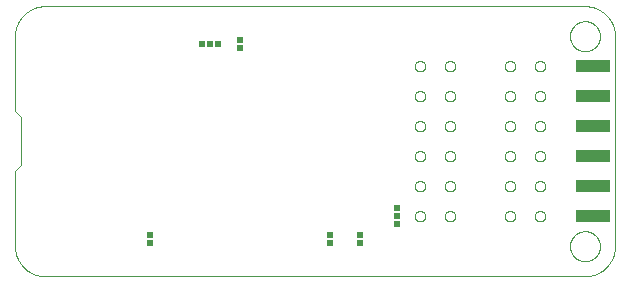
<source format=gbp>
G75*
%MOIN*%
%OFA0B0*%
%FSLAX25Y25*%
%IPPOS*%
%LPD*%
%AMOC8*
5,1,8,0,0,1.08239X$1,22.5*
%
%ADD10C,0.00000*%
%ADD11R,0.11811X0.03937*%
%ADD12R,0.01969X0.01969*%
D10*
X0044595Y0120262D02*
X0224595Y0120262D01*
X0219595Y0130262D02*
X0219597Y0130403D01*
X0219603Y0130544D01*
X0219613Y0130684D01*
X0219627Y0130824D01*
X0219645Y0130964D01*
X0219666Y0131103D01*
X0219692Y0131242D01*
X0219721Y0131380D01*
X0219755Y0131516D01*
X0219792Y0131652D01*
X0219833Y0131787D01*
X0219878Y0131921D01*
X0219927Y0132053D01*
X0219979Y0132184D01*
X0220035Y0132313D01*
X0220095Y0132440D01*
X0220158Y0132566D01*
X0220224Y0132690D01*
X0220295Y0132813D01*
X0220368Y0132933D01*
X0220445Y0133051D01*
X0220525Y0133167D01*
X0220609Y0133280D01*
X0220695Y0133391D01*
X0220785Y0133500D01*
X0220878Y0133606D01*
X0220973Y0133709D01*
X0221072Y0133810D01*
X0221173Y0133908D01*
X0221277Y0134003D01*
X0221384Y0134095D01*
X0221493Y0134184D01*
X0221605Y0134269D01*
X0221719Y0134352D01*
X0221835Y0134432D01*
X0221954Y0134508D01*
X0222075Y0134580D01*
X0222197Y0134650D01*
X0222322Y0134715D01*
X0222448Y0134778D01*
X0222576Y0134836D01*
X0222706Y0134891D01*
X0222837Y0134943D01*
X0222970Y0134990D01*
X0223104Y0135034D01*
X0223239Y0135075D01*
X0223375Y0135111D01*
X0223512Y0135143D01*
X0223650Y0135172D01*
X0223788Y0135197D01*
X0223928Y0135217D01*
X0224068Y0135234D01*
X0224208Y0135247D01*
X0224349Y0135256D01*
X0224489Y0135261D01*
X0224630Y0135262D01*
X0224771Y0135259D01*
X0224912Y0135252D01*
X0225052Y0135241D01*
X0225192Y0135226D01*
X0225332Y0135207D01*
X0225471Y0135185D01*
X0225609Y0135158D01*
X0225747Y0135128D01*
X0225883Y0135093D01*
X0226019Y0135055D01*
X0226153Y0135013D01*
X0226287Y0134967D01*
X0226419Y0134918D01*
X0226549Y0134864D01*
X0226678Y0134807D01*
X0226805Y0134747D01*
X0226931Y0134683D01*
X0227054Y0134615D01*
X0227176Y0134544D01*
X0227296Y0134470D01*
X0227413Y0134392D01*
X0227528Y0134311D01*
X0227641Y0134227D01*
X0227752Y0134140D01*
X0227860Y0134049D01*
X0227965Y0133956D01*
X0228068Y0133859D01*
X0228168Y0133760D01*
X0228265Y0133658D01*
X0228359Y0133553D01*
X0228450Y0133446D01*
X0228538Y0133336D01*
X0228623Y0133224D01*
X0228705Y0133109D01*
X0228784Y0132992D01*
X0228859Y0132873D01*
X0228931Y0132752D01*
X0228999Y0132629D01*
X0229064Y0132504D01*
X0229126Y0132377D01*
X0229183Y0132248D01*
X0229238Y0132118D01*
X0229288Y0131987D01*
X0229335Y0131854D01*
X0229378Y0131720D01*
X0229417Y0131584D01*
X0229452Y0131448D01*
X0229484Y0131311D01*
X0229511Y0131173D01*
X0229535Y0131034D01*
X0229555Y0130894D01*
X0229571Y0130754D01*
X0229583Y0130614D01*
X0229591Y0130473D01*
X0229595Y0130332D01*
X0229595Y0130192D01*
X0229591Y0130051D01*
X0229583Y0129910D01*
X0229571Y0129770D01*
X0229555Y0129630D01*
X0229535Y0129490D01*
X0229511Y0129351D01*
X0229484Y0129213D01*
X0229452Y0129076D01*
X0229417Y0128940D01*
X0229378Y0128804D01*
X0229335Y0128670D01*
X0229288Y0128537D01*
X0229238Y0128406D01*
X0229183Y0128276D01*
X0229126Y0128147D01*
X0229064Y0128020D01*
X0228999Y0127895D01*
X0228931Y0127772D01*
X0228859Y0127651D01*
X0228784Y0127532D01*
X0228705Y0127415D01*
X0228623Y0127300D01*
X0228538Y0127188D01*
X0228450Y0127078D01*
X0228359Y0126971D01*
X0228265Y0126866D01*
X0228168Y0126764D01*
X0228068Y0126665D01*
X0227965Y0126568D01*
X0227860Y0126475D01*
X0227752Y0126384D01*
X0227641Y0126297D01*
X0227528Y0126213D01*
X0227413Y0126132D01*
X0227296Y0126054D01*
X0227176Y0125980D01*
X0227054Y0125909D01*
X0226931Y0125841D01*
X0226805Y0125777D01*
X0226678Y0125717D01*
X0226549Y0125660D01*
X0226419Y0125606D01*
X0226287Y0125557D01*
X0226153Y0125511D01*
X0226019Y0125469D01*
X0225883Y0125431D01*
X0225747Y0125396D01*
X0225609Y0125366D01*
X0225471Y0125339D01*
X0225332Y0125317D01*
X0225192Y0125298D01*
X0225052Y0125283D01*
X0224912Y0125272D01*
X0224771Y0125265D01*
X0224630Y0125262D01*
X0224489Y0125263D01*
X0224349Y0125268D01*
X0224208Y0125277D01*
X0224068Y0125290D01*
X0223928Y0125307D01*
X0223788Y0125327D01*
X0223650Y0125352D01*
X0223512Y0125381D01*
X0223375Y0125413D01*
X0223239Y0125449D01*
X0223104Y0125490D01*
X0222970Y0125534D01*
X0222837Y0125581D01*
X0222706Y0125633D01*
X0222576Y0125688D01*
X0222448Y0125746D01*
X0222322Y0125809D01*
X0222197Y0125874D01*
X0222075Y0125944D01*
X0221954Y0126016D01*
X0221835Y0126092D01*
X0221719Y0126172D01*
X0221605Y0126255D01*
X0221493Y0126340D01*
X0221384Y0126429D01*
X0221277Y0126521D01*
X0221173Y0126616D01*
X0221072Y0126714D01*
X0220973Y0126815D01*
X0220878Y0126918D01*
X0220785Y0127024D01*
X0220695Y0127133D01*
X0220609Y0127244D01*
X0220525Y0127357D01*
X0220445Y0127473D01*
X0220368Y0127591D01*
X0220295Y0127711D01*
X0220224Y0127834D01*
X0220158Y0127958D01*
X0220095Y0128084D01*
X0220035Y0128211D01*
X0219979Y0128340D01*
X0219927Y0128471D01*
X0219878Y0128603D01*
X0219833Y0128737D01*
X0219792Y0128872D01*
X0219755Y0129008D01*
X0219721Y0129144D01*
X0219692Y0129282D01*
X0219666Y0129421D01*
X0219645Y0129560D01*
X0219627Y0129700D01*
X0219613Y0129840D01*
X0219603Y0129980D01*
X0219597Y0130121D01*
X0219595Y0130262D01*
X0224595Y0120262D02*
X0224837Y0120265D01*
X0225078Y0120274D01*
X0225319Y0120288D01*
X0225560Y0120309D01*
X0225800Y0120335D01*
X0226040Y0120367D01*
X0226279Y0120405D01*
X0226516Y0120448D01*
X0226753Y0120498D01*
X0226988Y0120553D01*
X0227222Y0120613D01*
X0227454Y0120680D01*
X0227685Y0120751D01*
X0227914Y0120829D01*
X0228141Y0120912D01*
X0228366Y0121000D01*
X0228589Y0121094D01*
X0228809Y0121193D01*
X0229027Y0121298D01*
X0229242Y0121407D01*
X0229455Y0121522D01*
X0229665Y0121642D01*
X0229871Y0121767D01*
X0230075Y0121897D01*
X0230276Y0122032D01*
X0230473Y0122172D01*
X0230667Y0122316D01*
X0230857Y0122465D01*
X0231043Y0122619D01*
X0231226Y0122777D01*
X0231405Y0122939D01*
X0231580Y0123106D01*
X0231751Y0123277D01*
X0231918Y0123452D01*
X0232080Y0123631D01*
X0232238Y0123814D01*
X0232392Y0124000D01*
X0232541Y0124190D01*
X0232685Y0124384D01*
X0232825Y0124581D01*
X0232960Y0124782D01*
X0233090Y0124986D01*
X0233215Y0125192D01*
X0233335Y0125402D01*
X0233450Y0125615D01*
X0233559Y0125830D01*
X0233664Y0126048D01*
X0233763Y0126268D01*
X0233857Y0126491D01*
X0233945Y0126716D01*
X0234028Y0126943D01*
X0234106Y0127172D01*
X0234177Y0127403D01*
X0234244Y0127635D01*
X0234304Y0127869D01*
X0234359Y0128104D01*
X0234409Y0128341D01*
X0234452Y0128578D01*
X0234490Y0128817D01*
X0234522Y0129057D01*
X0234548Y0129297D01*
X0234569Y0129538D01*
X0234583Y0129779D01*
X0234592Y0130020D01*
X0234595Y0130262D01*
X0234595Y0200262D01*
X0219595Y0200262D02*
X0219597Y0200403D01*
X0219603Y0200544D01*
X0219613Y0200684D01*
X0219627Y0200824D01*
X0219645Y0200964D01*
X0219666Y0201103D01*
X0219692Y0201242D01*
X0219721Y0201380D01*
X0219755Y0201516D01*
X0219792Y0201652D01*
X0219833Y0201787D01*
X0219878Y0201921D01*
X0219927Y0202053D01*
X0219979Y0202184D01*
X0220035Y0202313D01*
X0220095Y0202440D01*
X0220158Y0202566D01*
X0220224Y0202690D01*
X0220295Y0202813D01*
X0220368Y0202933D01*
X0220445Y0203051D01*
X0220525Y0203167D01*
X0220609Y0203280D01*
X0220695Y0203391D01*
X0220785Y0203500D01*
X0220878Y0203606D01*
X0220973Y0203709D01*
X0221072Y0203810D01*
X0221173Y0203908D01*
X0221277Y0204003D01*
X0221384Y0204095D01*
X0221493Y0204184D01*
X0221605Y0204269D01*
X0221719Y0204352D01*
X0221835Y0204432D01*
X0221954Y0204508D01*
X0222075Y0204580D01*
X0222197Y0204650D01*
X0222322Y0204715D01*
X0222448Y0204778D01*
X0222576Y0204836D01*
X0222706Y0204891D01*
X0222837Y0204943D01*
X0222970Y0204990D01*
X0223104Y0205034D01*
X0223239Y0205075D01*
X0223375Y0205111D01*
X0223512Y0205143D01*
X0223650Y0205172D01*
X0223788Y0205197D01*
X0223928Y0205217D01*
X0224068Y0205234D01*
X0224208Y0205247D01*
X0224349Y0205256D01*
X0224489Y0205261D01*
X0224630Y0205262D01*
X0224771Y0205259D01*
X0224912Y0205252D01*
X0225052Y0205241D01*
X0225192Y0205226D01*
X0225332Y0205207D01*
X0225471Y0205185D01*
X0225609Y0205158D01*
X0225747Y0205128D01*
X0225883Y0205093D01*
X0226019Y0205055D01*
X0226153Y0205013D01*
X0226287Y0204967D01*
X0226419Y0204918D01*
X0226549Y0204864D01*
X0226678Y0204807D01*
X0226805Y0204747D01*
X0226931Y0204683D01*
X0227054Y0204615D01*
X0227176Y0204544D01*
X0227296Y0204470D01*
X0227413Y0204392D01*
X0227528Y0204311D01*
X0227641Y0204227D01*
X0227752Y0204140D01*
X0227860Y0204049D01*
X0227965Y0203956D01*
X0228068Y0203859D01*
X0228168Y0203760D01*
X0228265Y0203658D01*
X0228359Y0203553D01*
X0228450Y0203446D01*
X0228538Y0203336D01*
X0228623Y0203224D01*
X0228705Y0203109D01*
X0228784Y0202992D01*
X0228859Y0202873D01*
X0228931Y0202752D01*
X0228999Y0202629D01*
X0229064Y0202504D01*
X0229126Y0202377D01*
X0229183Y0202248D01*
X0229238Y0202118D01*
X0229288Y0201987D01*
X0229335Y0201854D01*
X0229378Y0201720D01*
X0229417Y0201584D01*
X0229452Y0201448D01*
X0229484Y0201311D01*
X0229511Y0201173D01*
X0229535Y0201034D01*
X0229555Y0200894D01*
X0229571Y0200754D01*
X0229583Y0200614D01*
X0229591Y0200473D01*
X0229595Y0200332D01*
X0229595Y0200192D01*
X0229591Y0200051D01*
X0229583Y0199910D01*
X0229571Y0199770D01*
X0229555Y0199630D01*
X0229535Y0199490D01*
X0229511Y0199351D01*
X0229484Y0199213D01*
X0229452Y0199076D01*
X0229417Y0198940D01*
X0229378Y0198804D01*
X0229335Y0198670D01*
X0229288Y0198537D01*
X0229238Y0198406D01*
X0229183Y0198276D01*
X0229126Y0198147D01*
X0229064Y0198020D01*
X0228999Y0197895D01*
X0228931Y0197772D01*
X0228859Y0197651D01*
X0228784Y0197532D01*
X0228705Y0197415D01*
X0228623Y0197300D01*
X0228538Y0197188D01*
X0228450Y0197078D01*
X0228359Y0196971D01*
X0228265Y0196866D01*
X0228168Y0196764D01*
X0228068Y0196665D01*
X0227965Y0196568D01*
X0227860Y0196475D01*
X0227752Y0196384D01*
X0227641Y0196297D01*
X0227528Y0196213D01*
X0227413Y0196132D01*
X0227296Y0196054D01*
X0227176Y0195980D01*
X0227054Y0195909D01*
X0226931Y0195841D01*
X0226805Y0195777D01*
X0226678Y0195717D01*
X0226549Y0195660D01*
X0226419Y0195606D01*
X0226287Y0195557D01*
X0226153Y0195511D01*
X0226019Y0195469D01*
X0225883Y0195431D01*
X0225747Y0195396D01*
X0225609Y0195366D01*
X0225471Y0195339D01*
X0225332Y0195317D01*
X0225192Y0195298D01*
X0225052Y0195283D01*
X0224912Y0195272D01*
X0224771Y0195265D01*
X0224630Y0195262D01*
X0224489Y0195263D01*
X0224349Y0195268D01*
X0224208Y0195277D01*
X0224068Y0195290D01*
X0223928Y0195307D01*
X0223788Y0195327D01*
X0223650Y0195352D01*
X0223512Y0195381D01*
X0223375Y0195413D01*
X0223239Y0195449D01*
X0223104Y0195490D01*
X0222970Y0195534D01*
X0222837Y0195581D01*
X0222706Y0195633D01*
X0222576Y0195688D01*
X0222448Y0195746D01*
X0222322Y0195809D01*
X0222197Y0195874D01*
X0222075Y0195944D01*
X0221954Y0196016D01*
X0221835Y0196092D01*
X0221719Y0196172D01*
X0221605Y0196255D01*
X0221493Y0196340D01*
X0221384Y0196429D01*
X0221277Y0196521D01*
X0221173Y0196616D01*
X0221072Y0196714D01*
X0220973Y0196815D01*
X0220878Y0196918D01*
X0220785Y0197024D01*
X0220695Y0197133D01*
X0220609Y0197244D01*
X0220525Y0197357D01*
X0220445Y0197473D01*
X0220368Y0197591D01*
X0220295Y0197711D01*
X0220224Y0197834D01*
X0220158Y0197958D01*
X0220095Y0198084D01*
X0220035Y0198211D01*
X0219979Y0198340D01*
X0219927Y0198471D01*
X0219878Y0198603D01*
X0219833Y0198737D01*
X0219792Y0198872D01*
X0219755Y0199008D01*
X0219721Y0199144D01*
X0219692Y0199282D01*
X0219666Y0199421D01*
X0219645Y0199560D01*
X0219627Y0199700D01*
X0219613Y0199840D01*
X0219603Y0199980D01*
X0219597Y0200121D01*
X0219595Y0200262D01*
X0224595Y0210262D02*
X0224837Y0210259D01*
X0225078Y0210250D01*
X0225319Y0210236D01*
X0225560Y0210215D01*
X0225800Y0210189D01*
X0226040Y0210157D01*
X0226279Y0210119D01*
X0226516Y0210076D01*
X0226753Y0210026D01*
X0226988Y0209971D01*
X0227222Y0209911D01*
X0227454Y0209844D01*
X0227685Y0209773D01*
X0227914Y0209695D01*
X0228141Y0209612D01*
X0228366Y0209524D01*
X0228589Y0209430D01*
X0228809Y0209331D01*
X0229027Y0209226D01*
X0229242Y0209117D01*
X0229455Y0209002D01*
X0229665Y0208882D01*
X0229871Y0208757D01*
X0230075Y0208627D01*
X0230276Y0208492D01*
X0230473Y0208352D01*
X0230667Y0208208D01*
X0230857Y0208059D01*
X0231043Y0207905D01*
X0231226Y0207747D01*
X0231405Y0207585D01*
X0231580Y0207418D01*
X0231751Y0207247D01*
X0231918Y0207072D01*
X0232080Y0206893D01*
X0232238Y0206710D01*
X0232392Y0206524D01*
X0232541Y0206334D01*
X0232685Y0206140D01*
X0232825Y0205943D01*
X0232960Y0205742D01*
X0233090Y0205538D01*
X0233215Y0205332D01*
X0233335Y0205122D01*
X0233450Y0204909D01*
X0233559Y0204694D01*
X0233664Y0204476D01*
X0233763Y0204256D01*
X0233857Y0204033D01*
X0233945Y0203808D01*
X0234028Y0203581D01*
X0234106Y0203352D01*
X0234177Y0203121D01*
X0234244Y0202889D01*
X0234304Y0202655D01*
X0234359Y0202420D01*
X0234409Y0202183D01*
X0234452Y0201946D01*
X0234490Y0201707D01*
X0234522Y0201467D01*
X0234548Y0201227D01*
X0234569Y0200986D01*
X0234583Y0200745D01*
X0234592Y0200504D01*
X0234595Y0200262D01*
X0224595Y0210262D02*
X0044595Y0210262D01*
X0044353Y0210259D01*
X0044112Y0210250D01*
X0043871Y0210236D01*
X0043630Y0210215D01*
X0043390Y0210189D01*
X0043150Y0210157D01*
X0042911Y0210119D01*
X0042674Y0210076D01*
X0042437Y0210026D01*
X0042202Y0209971D01*
X0041968Y0209911D01*
X0041736Y0209844D01*
X0041505Y0209773D01*
X0041276Y0209695D01*
X0041049Y0209612D01*
X0040824Y0209524D01*
X0040601Y0209430D01*
X0040381Y0209331D01*
X0040163Y0209226D01*
X0039948Y0209117D01*
X0039735Y0209002D01*
X0039525Y0208882D01*
X0039319Y0208757D01*
X0039115Y0208627D01*
X0038914Y0208492D01*
X0038717Y0208352D01*
X0038523Y0208208D01*
X0038333Y0208059D01*
X0038147Y0207905D01*
X0037964Y0207747D01*
X0037785Y0207585D01*
X0037610Y0207418D01*
X0037439Y0207247D01*
X0037272Y0207072D01*
X0037110Y0206893D01*
X0036952Y0206710D01*
X0036798Y0206524D01*
X0036649Y0206334D01*
X0036505Y0206140D01*
X0036365Y0205943D01*
X0036230Y0205742D01*
X0036100Y0205538D01*
X0035975Y0205332D01*
X0035855Y0205122D01*
X0035740Y0204909D01*
X0035631Y0204694D01*
X0035526Y0204476D01*
X0035427Y0204256D01*
X0035333Y0204033D01*
X0035245Y0203808D01*
X0035162Y0203581D01*
X0035084Y0203352D01*
X0035013Y0203121D01*
X0034946Y0202889D01*
X0034886Y0202655D01*
X0034831Y0202420D01*
X0034781Y0202183D01*
X0034738Y0201946D01*
X0034700Y0201707D01*
X0034668Y0201467D01*
X0034642Y0201227D01*
X0034621Y0200986D01*
X0034607Y0200745D01*
X0034598Y0200504D01*
X0034595Y0200262D01*
X0034595Y0175262D01*
X0036595Y0173262D01*
X0036595Y0157262D01*
X0034595Y0155262D01*
X0034595Y0130262D01*
X0034598Y0130020D01*
X0034607Y0129779D01*
X0034621Y0129538D01*
X0034642Y0129297D01*
X0034668Y0129057D01*
X0034700Y0128817D01*
X0034738Y0128578D01*
X0034781Y0128341D01*
X0034831Y0128104D01*
X0034886Y0127869D01*
X0034946Y0127635D01*
X0035013Y0127403D01*
X0035084Y0127172D01*
X0035162Y0126943D01*
X0035245Y0126716D01*
X0035333Y0126491D01*
X0035427Y0126268D01*
X0035526Y0126048D01*
X0035631Y0125830D01*
X0035740Y0125615D01*
X0035855Y0125402D01*
X0035975Y0125192D01*
X0036100Y0124986D01*
X0036230Y0124782D01*
X0036365Y0124581D01*
X0036505Y0124384D01*
X0036649Y0124190D01*
X0036798Y0124000D01*
X0036952Y0123814D01*
X0037110Y0123631D01*
X0037272Y0123452D01*
X0037439Y0123277D01*
X0037610Y0123106D01*
X0037785Y0122939D01*
X0037964Y0122777D01*
X0038147Y0122619D01*
X0038333Y0122465D01*
X0038523Y0122316D01*
X0038717Y0122172D01*
X0038914Y0122032D01*
X0039115Y0121897D01*
X0039319Y0121767D01*
X0039525Y0121642D01*
X0039735Y0121522D01*
X0039948Y0121407D01*
X0040163Y0121298D01*
X0040381Y0121193D01*
X0040601Y0121094D01*
X0040824Y0121000D01*
X0041049Y0120912D01*
X0041276Y0120829D01*
X0041505Y0120751D01*
X0041736Y0120680D01*
X0041968Y0120613D01*
X0042202Y0120553D01*
X0042437Y0120498D01*
X0042674Y0120448D01*
X0042911Y0120405D01*
X0043150Y0120367D01*
X0043390Y0120335D01*
X0043630Y0120309D01*
X0043871Y0120288D01*
X0044112Y0120274D01*
X0044353Y0120265D01*
X0044595Y0120262D01*
X0167845Y0140262D02*
X0167847Y0140345D01*
X0167853Y0140428D01*
X0167863Y0140511D01*
X0167877Y0140593D01*
X0167894Y0140675D01*
X0167916Y0140755D01*
X0167941Y0140834D01*
X0167970Y0140912D01*
X0168003Y0140989D01*
X0168040Y0141064D01*
X0168079Y0141137D01*
X0168123Y0141208D01*
X0168169Y0141277D01*
X0168219Y0141344D01*
X0168272Y0141408D01*
X0168328Y0141470D01*
X0168387Y0141529D01*
X0168449Y0141585D01*
X0168513Y0141638D01*
X0168580Y0141688D01*
X0168649Y0141734D01*
X0168720Y0141778D01*
X0168793Y0141817D01*
X0168868Y0141854D01*
X0168945Y0141887D01*
X0169023Y0141916D01*
X0169102Y0141941D01*
X0169182Y0141963D01*
X0169264Y0141980D01*
X0169346Y0141994D01*
X0169429Y0142004D01*
X0169512Y0142010D01*
X0169595Y0142012D01*
X0169678Y0142010D01*
X0169761Y0142004D01*
X0169844Y0141994D01*
X0169926Y0141980D01*
X0170008Y0141963D01*
X0170088Y0141941D01*
X0170167Y0141916D01*
X0170245Y0141887D01*
X0170322Y0141854D01*
X0170397Y0141817D01*
X0170470Y0141778D01*
X0170541Y0141734D01*
X0170610Y0141688D01*
X0170677Y0141638D01*
X0170741Y0141585D01*
X0170803Y0141529D01*
X0170862Y0141470D01*
X0170918Y0141408D01*
X0170971Y0141344D01*
X0171021Y0141277D01*
X0171067Y0141208D01*
X0171111Y0141137D01*
X0171150Y0141064D01*
X0171187Y0140989D01*
X0171220Y0140912D01*
X0171249Y0140834D01*
X0171274Y0140755D01*
X0171296Y0140675D01*
X0171313Y0140593D01*
X0171327Y0140511D01*
X0171337Y0140428D01*
X0171343Y0140345D01*
X0171345Y0140262D01*
X0171343Y0140179D01*
X0171337Y0140096D01*
X0171327Y0140013D01*
X0171313Y0139931D01*
X0171296Y0139849D01*
X0171274Y0139769D01*
X0171249Y0139690D01*
X0171220Y0139612D01*
X0171187Y0139535D01*
X0171150Y0139460D01*
X0171111Y0139387D01*
X0171067Y0139316D01*
X0171021Y0139247D01*
X0170971Y0139180D01*
X0170918Y0139116D01*
X0170862Y0139054D01*
X0170803Y0138995D01*
X0170741Y0138939D01*
X0170677Y0138886D01*
X0170610Y0138836D01*
X0170541Y0138790D01*
X0170470Y0138746D01*
X0170397Y0138707D01*
X0170322Y0138670D01*
X0170245Y0138637D01*
X0170167Y0138608D01*
X0170088Y0138583D01*
X0170008Y0138561D01*
X0169926Y0138544D01*
X0169844Y0138530D01*
X0169761Y0138520D01*
X0169678Y0138514D01*
X0169595Y0138512D01*
X0169512Y0138514D01*
X0169429Y0138520D01*
X0169346Y0138530D01*
X0169264Y0138544D01*
X0169182Y0138561D01*
X0169102Y0138583D01*
X0169023Y0138608D01*
X0168945Y0138637D01*
X0168868Y0138670D01*
X0168793Y0138707D01*
X0168720Y0138746D01*
X0168649Y0138790D01*
X0168580Y0138836D01*
X0168513Y0138886D01*
X0168449Y0138939D01*
X0168387Y0138995D01*
X0168328Y0139054D01*
X0168272Y0139116D01*
X0168219Y0139180D01*
X0168169Y0139247D01*
X0168123Y0139316D01*
X0168079Y0139387D01*
X0168040Y0139460D01*
X0168003Y0139535D01*
X0167970Y0139612D01*
X0167941Y0139690D01*
X0167916Y0139769D01*
X0167894Y0139849D01*
X0167877Y0139931D01*
X0167863Y0140013D01*
X0167853Y0140096D01*
X0167847Y0140179D01*
X0167845Y0140262D01*
X0177845Y0140262D02*
X0177847Y0140345D01*
X0177853Y0140428D01*
X0177863Y0140511D01*
X0177877Y0140593D01*
X0177894Y0140675D01*
X0177916Y0140755D01*
X0177941Y0140834D01*
X0177970Y0140912D01*
X0178003Y0140989D01*
X0178040Y0141064D01*
X0178079Y0141137D01*
X0178123Y0141208D01*
X0178169Y0141277D01*
X0178219Y0141344D01*
X0178272Y0141408D01*
X0178328Y0141470D01*
X0178387Y0141529D01*
X0178449Y0141585D01*
X0178513Y0141638D01*
X0178580Y0141688D01*
X0178649Y0141734D01*
X0178720Y0141778D01*
X0178793Y0141817D01*
X0178868Y0141854D01*
X0178945Y0141887D01*
X0179023Y0141916D01*
X0179102Y0141941D01*
X0179182Y0141963D01*
X0179264Y0141980D01*
X0179346Y0141994D01*
X0179429Y0142004D01*
X0179512Y0142010D01*
X0179595Y0142012D01*
X0179678Y0142010D01*
X0179761Y0142004D01*
X0179844Y0141994D01*
X0179926Y0141980D01*
X0180008Y0141963D01*
X0180088Y0141941D01*
X0180167Y0141916D01*
X0180245Y0141887D01*
X0180322Y0141854D01*
X0180397Y0141817D01*
X0180470Y0141778D01*
X0180541Y0141734D01*
X0180610Y0141688D01*
X0180677Y0141638D01*
X0180741Y0141585D01*
X0180803Y0141529D01*
X0180862Y0141470D01*
X0180918Y0141408D01*
X0180971Y0141344D01*
X0181021Y0141277D01*
X0181067Y0141208D01*
X0181111Y0141137D01*
X0181150Y0141064D01*
X0181187Y0140989D01*
X0181220Y0140912D01*
X0181249Y0140834D01*
X0181274Y0140755D01*
X0181296Y0140675D01*
X0181313Y0140593D01*
X0181327Y0140511D01*
X0181337Y0140428D01*
X0181343Y0140345D01*
X0181345Y0140262D01*
X0181343Y0140179D01*
X0181337Y0140096D01*
X0181327Y0140013D01*
X0181313Y0139931D01*
X0181296Y0139849D01*
X0181274Y0139769D01*
X0181249Y0139690D01*
X0181220Y0139612D01*
X0181187Y0139535D01*
X0181150Y0139460D01*
X0181111Y0139387D01*
X0181067Y0139316D01*
X0181021Y0139247D01*
X0180971Y0139180D01*
X0180918Y0139116D01*
X0180862Y0139054D01*
X0180803Y0138995D01*
X0180741Y0138939D01*
X0180677Y0138886D01*
X0180610Y0138836D01*
X0180541Y0138790D01*
X0180470Y0138746D01*
X0180397Y0138707D01*
X0180322Y0138670D01*
X0180245Y0138637D01*
X0180167Y0138608D01*
X0180088Y0138583D01*
X0180008Y0138561D01*
X0179926Y0138544D01*
X0179844Y0138530D01*
X0179761Y0138520D01*
X0179678Y0138514D01*
X0179595Y0138512D01*
X0179512Y0138514D01*
X0179429Y0138520D01*
X0179346Y0138530D01*
X0179264Y0138544D01*
X0179182Y0138561D01*
X0179102Y0138583D01*
X0179023Y0138608D01*
X0178945Y0138637D01*
X0178868Y0138670D01*
X0178793Y0138707D01*
X0178720Y0138746D01*
X0178649Y0138790D01*
X0178580Y0138836D01*
X0178513Y0138886D01*
X0178449Y0138939D01*
X0178387Y0138995D01*
X0178328Y0139054D01*
X0178272Y0139116D01*
X0178219Y0139180D01*
X0178169Y0139247D01*
X0178123Y0139316D01*
X0178079Y0139387D01*
X0178040Y0139460D01*
X0178003Y0139535D01*
X0177970Y0139612D01*
X0177941Y0139690D01*
X0177916Y0139769D01*
X0177894Y0139849D01*
X0177877Y0139931D01*
X0177863Y0140013D01*
X0177853Y0140096D01*
X0177847Y0140179D01*
X0177845Y0140262D01*
X0177845Y0150262D02*
X0177847Y0150345D01*
X0177853Y0150428D01*
X0177863Y0150511D01*
X0177877Y0150593D01*
X0177894Y0150675D01*
X0177916Y0150755D01*
X0177941Y0150834D01*
X0177970Y0150912D01*
X0178003Y0150989D01*
X0178040Y0151064D01*
X0178079Y0151137D01*
X0178123Y0151208D01*
X0178169Y0151277D01*
X0178219Y0151344D01*
X0178272Y0151408D01*
X0178328Y0151470D01*
X0178387Y0151529D01*
X0178449Y0151585D01*
X0178513Y0151638D01*
X0178580Y0151688D01*
X0178649Y0151734D01*
X0178720Y0151778D01*
X0178793Y0151817D01*
X0178868Y0151854D01*
X0178945Y0151887D01*
X0179023Y0151916D01*
X0179102Y0151941D01*
X0179182Y0151963D01*
X0179264Y0151980D01*
X0179346Y0151994D01*
X0179429Y0152004D01*
X0179512Y0152010D01*
X0179595Y0152012D01*
X0179678Y0152010D01*
X0179761Y0152004D01*
X0179844Y0151994D01*
X0179926Y0151980D01*
X0180008Y0151963D01*
X0180088Y0151941D01*
X0180167Y0151916D01*
X0180245Y0151887D01*
X0180322Y0151854D01*
X0180397Y0151817D01*
X0180470Y0151778D01*
X0180541Y0151734D01*
X0180610Y0151688D01*
X0180677Y0151638D01*
X0180741Y0151585D01*
X0180803Y0151529D01*
X0180862Y0151470D01*
X0180918Y0151408D01*
X0180971Y0151344D01*
X0181021Y0151277D01*
X0181067Y0151208D01*
X0181111Y0151137D01*
X0181150Y0151064D01*
X0181187Y0150989D01*
X0181220Y0150912D01*
X0181249Y0150834D01*
X0181274Y0150755D01*
X0181296Y0150675D01*
X0181313Y0150593D01*
X0181327Y0150511D01*
X0181337Y0150428D01*
X0181343Y0150345D01*
X0181345Y0150262D01*
X0181343Y0150179D01*
X0181337Y0150096D01*
X0181327Y0150013D01*
X0181313Y0149931D01*
X0181296Y0149849D01*
X0181274Y0149769D01*
X0181249Y0149690D01*
X0181220Y0149612D01*
X0181187Y0149535D01*
X0181150Y0149460D01*
X0181111Y0149387D01*
X0181067Y0149316D01*
X0181021Y0149247D01*
X0180971Y0149180D01*
X0180918Y0149116D01*
X0180862Y0149054D01*
X0180803Y0148995D01*
X0180741Y0148939D01*
X0180677Y0148886D01*
X0180610Y0148836D01*
X0180541Y0148790D01*
X0180470Y0148746D01*
X0180397Y0148707D01*
X0180322Y0148670D01*
X0180245Y0148637D01*
X0180167Y0148608D01*
X0180088Y0148583D01*
X0180008Y0148561D01*
X0179926Y0148544D01*
X0179844Y0148530D01*
X0179761Y0148520D01*
X0179678Y0148514D01*
X0179595Y0148512D01*
X0179512Y0148514D01*
X0179429Y0148520D01*
X0179346Y0148530D01*
X0179264Y0148544D01*
X0179182Y0148561D01*
X0179102Y0148583D01*
X0179023Y0148608D01*
X0178945Y0148637D01*
X0178868Y0148670D01*
X0178793Y0148707D01*
X0178720Y0148746D01*
X0178649Y0148790D01*
X0178580Y0148836D01*
X0178513Y0148886D01*
X0178449Y0148939D01*
X0178387Y0148995D01*
X0178328Y0149054D01*
X0178272Y0149116D01*
X0178219Y0149180D01*
X0178169Y0149247D01*
X0178123Y0149316D01*
X0178079Y0149387D01*
X0178040Y0149460D01*
X0178003Y0149535D01*
X0177970Y0149612D01*
X0177941Y0149690D01*
X0177916Y0149769D01*
X0177894Y0149849D01*
X0177877Y0149931D01*
X0177863Y0150013D01*
X0177853Y0150096D01*
X0177847Y0150179D01*
X0177845Y0150262D01*
X0167845Y0150262D02*
X0167847Y0150345D01*
X0167853Y0150428D01*
X0167863Y0150511D01*
X0167877Y0150593D01*
X0167894Y0150675D01*
X0167916Y0150755D01*
X0167941Y0150834D01*
X0167970Y0150912D01*
X0168003Y0150989D01*
X0168040Y0151064D01*
X0168079Y0151137D01*
X0168123Y0151208D01*
X0168169Y0151277D01*
X0168219Y0151344D01*
X0168272Y0151408D01*
X0168328Y0151470D01*
X0168387Y0151529D01*
X0168449Y0151585D01*
X0168513Y0151638D01*
X0168580Y0151688D01*
X0168649Y0151734D01*
X0168720Y0151778D01*
X0168793Y0151817D01*
X0168868Y0151854D01*
X0168945Y0151887D01*
X0169023Y0151916D01*
X0169102Y0151941D01*
X0169182Y0151963D01*
X0169264Y0151980D01*
X0169346Y0151994D01*
X0169429Y0152004D01*
X0169512Y0152010D01*
X0169595Y0152012D01*
X0169678Y0152010D01*
X0169761Y0152004D01*
X0169844Y0151994D01*
X0169926Y0151980D01*
X0170008Y0151963D01*
X0170088Y0151941D01*
X0170167Y0151916D01*
X0170245Y0151887D01*
X0170322Y0151854D01*
X0170397Y0151817D01*
X0170470Y0151778D01*
X0170541Y0151734D01*
X0170610Y0151688D01*
X0170677Y0151638D01*
X0170741Y0151585D01*
X0170803Y0151529D01*
X0170862Y0151470D01*
X0170918Y0151408D01*
X0170971Y0151344D01*
X0171021Y0151277D01*
X0171067Y0151208D01*
X0171111Y0151137D01*
X0171150Y0151064D01*
X0171187Y0150989D01*
X0171220Y0150912D01*
X0171249Y0150834D01*
X0171274Y0150755D01*
X0171296Y0150675D01*
X0171313Y0150593D01*
X0171327Y0150511D01*
X0171337Y0150428D01*
X0171343Y0150345D01*
X0171345Y0150262D01*
X0171343Y0150179D01*
X0171337Y0150096D01*
X0171327Y0150013D01*
X0171313Y0149931D01*
X0171296Y0149849D01*
X0171274Y0149769D01*
X0171249Y0149690D01*
X0171220Y0149612D01*
X0171187Y0149535D01*
X0171150Y0149460D01*
X0171111Y0149387D01*
X0171067Y0149316D01*
X0171021Y0149247D01*
X0170971Y0149180D01*
X0170918Y0149116D01*
X0170862Y0149054D01*
X0170803Y0148995D01*
X0170741Y0148939D01*
X0170677Y0148886D01*
X0170610Y0148836D01*
X0170541Y0148790D01*
X0170470Y0148746D01*
X0170397Y0148707D01*
X0170322Y0148670D01*
X0170245Y0148637D01*
X0170167Y0148608D01*
X0170088Y0148583D01*
X0170008Y0148561D01*
X0169926Y0148544D01*
X0169844Y0148530D01*
X0169761Y0148520D01*
X0169678Y0148514D01*
X0169595Y0148512D01*
X0169512Y0148514D01*
X0169429Y0148520D01*
X0169346Y0148530D01*
X0169264Y0148544D01*
X0169182Y0148561D01*
X0169102Y0148583D01*
X0169023Y0148608D01*
X0168945Y0148637D01*
X0168868Y0148670D01*
X0168793Y0148707D01*
X0168720Y0148746D01*
X0168649Y0148790D01*
X0168580Y0148836D01*
X0168513Y0148886D01*
X0168449Y0148939D01*
X0168387Y0148995D01*
X0168328Y0149054D01*
X0168272Y0149116D01*
X0168219Y0149180D01*
X0168169Y0149247D01*
X0168123Y0149316D01*
X0168079Y0149387D01*
X0168040Y0149460D01*
X0168003Y0149535D01*
X0167970Y0149612D01*
X0167941Y0149690D01*
X0167916Y0149769D01*
X0167894Y0149849D01*
X0167877Y0149931D01*
X0167863Y0150013D01*
X0167853Y0150096D01*
X0167847Y0150179D01*
X0167845Y0150262D01*
X0167845Y0160262D02*
X0167847Y0160345D01*
X0167853Y0160428D01*
X0167863Y0160511D01*
X0167877Y0160593D01*
X0167894Y0160675D01*
X0167916Y0160755D01*
X0167941Y0160834D01*
X0167970Y0160912D01*
X0168003Y0160989D01*
X0168040Y0161064D01*
X0168079Y0161137D01*
X0168123Y0161208D01*
X0168169Y0161277D01*
X0168219Y0161344D01*
X0168272Y0161408D01*
X0168328Y0161470D01*
X0168387Y0161529D01*
X0168449Y0161585D01*
X0168513Y0161638D01*
X0168580Y0161688D01*
X0168649Y0161734D01*
X0168720Y0161778D01*
X0168793Y0161817D01*
X0168868Y0161854D01*
X0168945Y0161887D01*
X0169023Y0161916D01*
X0169102Y0161941D01*
X0169182Y0161963D01*
X0169264Y0161980D01*
X0169346Y0161994D01*
X0169429Y0162004D01*
X0169512Y0162010D01*
X0169595Y0162012D01*
X0169678Y0162010D01*
X0169761Y0162004D01*
X0169844Y0161994D01*
X0169926Y0161980D01*
X0170008Y0161963D01*
X0170088Y0161941D01*
X0170167Y0161916D01*
X0170245Y0161887D01*
X0170322Y0161854D01*
X0170397Y0161817D01*
X0170470Y0161778D01*
X0170541Y0161734D01*
X0170610Y0161688D01*
X0170677Y0161638D01*
X0170741Y0161585D01*
X0170803Y0161529D01*
X0170862Y0161470D01*
X0170918Y0161408D01*
X0170971Y0161344D01*
X0171021Y0161277D01*
X0171067Y0161208D01*
X0171111Y0161137D01*
X0171150Y0161064D01*
X0171187Y0160989D01*
X0171220Y0160912D01*
X0171249Y0160834D01*
X0171274Y0160755D01*
X0171296Y0160675D01*
X0171313Y0160593D01*
X0171327Y0160511D01*
X0171337Y0160428D01*
X0171343Y0160345D01*
X0171345Y0160262D01*
X0171343Y0160179D01*
X0171337Y0160096D01*
X0171327Y0160013D01*
X0171313Y0159931D01*
X0171296Y0159849D01*
X0171274Y0159769D01*
X0171249Y0159690D01*
X0171220Y0159612D01*
X0171187Y0159535D01*
X0171150Y0159460D01*
X0171111Y0159387D01*
X0171067Y0159316D01*
X0171021Y0159247D01*
X0170971Y0159180D01*
X0170918Y0159116D01*
X0170862Y0159054D01*
X0170803Y0158995D01*
X0170741Y0158939D01*
X0170677Y0158886D01*
X0170610Y0158836D01*
X0170541Y0158790D01*
X0170470Y0158746D01*
X0170397Y0158707D01*
X0170322Y0158670D01*
X0170245Y0158637D01*
X0170167Y0158608D01*
X0170088Y0158583D01*
X0170008Y0158561D01*
X0169926Y0158544D01*
X0169844Y0158530D01*
X0169761Y0158520D01*
X0169678Y0158514D01*
X0169595Y0158512D01*
X0169512Y0158514D01*
X0169429Y0158520D01*
X0169346Y0158530D01*
X0169264Y0158544D01*
X0169182Y0158561D01*
X0169102Y0158583D01*
X0169023Y0158608D01*
X0168945Y0158637D01*
X0168868Y0158670D01*
X0168793Y0158707D01*
X0168720Y0158746D01*
X0168649Y0158790D01*
X0168580Y0158836D01*
X0168513Y0158886D01*
X0168449Y0158939D01*
X0168387Y0158995D01*
X0168328Y0159054D01*
X0168272Y0159116D01*
X0168219Y0159180D01*
X0168169Y0159247D01*
X0168123Y0159316D01*
X0168079Y0159387D01*
X0168040Y0159460D01*
X0168003Y0159535D01*
X0167970Y0159612D01*
X0167941Y0159690D01*
X0167916Y0159769D01*
X0167894Y0159849D01*
X0167877Y0159931D01*
X0167863Y0160013D01*
X0167853Y0160096D01*
X0167847Y0160179D01*
X0167845Y0160262D01*
X0177845Y0160262D02*
X0177847Y0160345D01*
X0177853Y0160428D01*
X0177863Y0160511D01*
X0177877Y0160593D01*
X0177894Y0160675D01*
X0177916Y0160755D01*
X0177941Y0160834D01*
X0177970Y0160912D01*
X0178003Y0160989D01*
X0178040Y0161064D01*
X0178079Y0161137D01*
X0178123Y0161208D01*
X0178169Y0161277D01*
X0178219Y0161344D01*
X0178272Y0161408D01*
X0178328Y0161470D01*
X0178387Y0161529D01*
X0178449Y0161585D01*
X0178513Y0161638D01*
X0178580Y0161688D01*
X0178649Y0161734D01*
X0178720Y0161778D01*
X0178793Y0161817D01*
X0178868Y0161854D01*
X0178945Y0161887D01*
X0179023Y0161916D01*
X0179102Y0161941D01*
X0179182Y0161963D01*
X0179264Y0161980D01*
X0179346Y0161994D01*
X0179429Y0162004D01*
X0179512Y0162010D01*
X0179595Y0162012D01*
X0179678Y0162010D01*
X0179761Y0162004D01*
X0179844Y0161994D01*
X0179926Y0161980D01*
X0180008Y0161963D01*
X0180088Y0161941D01*
X0180167Y0161916D01*
X0180245Y0161887D01*
X0180322Y0161854D01*
X0180397Y0161817D01*
X0180470Y0161778D01*
X0180541Y0161734D01*
X0180610Y0161688D01*
X0180677Y0161638D01*
X0180741Y0161585D01*
X0180803Y0161529D01*
X0180862Y0161470D01*
X0180918Y0161408D01*
X0180971Y0161344D01*
X0181021Y0161277D01*
X0181067Y0161208D01*
X0181111Y0161137D01*
X0181150Y0161064D01*
X0181187Y0160989D01*
X0181220Y0160912D01*
X0181249Y0160834D01*
X0181274Y0160755D01*
X0181296Y0160675D01*
X0181313Y0160593D01*
X0181327Y0160511D01*
X0181337Y0160428D01*
X0181343Y0160345D01*
X0181345Y0160262D01*
X0181343Y0160179D01*
X0181337Y0160096D01*
X0181327Y0160013D01*
X0181313Y0159931D01*
X0181296Y0159849D01*
X0181274Y0159769D01*
X0181249Y0159690D01*
X0181220Y0159612D01*
X0181187Y0159535D01*
X0181150Y0159460D01*
X0181111Y0159387D01*
X0181067Y0159316D01*
X0181021Y0159247D01*
X0180971Y0159180D01*
X0180918Y0159116D01*
X0180862Y0159054D01*
X0180803Y0158995D01*
X0180741Y0158939D01*
X0180677Y0158886D01*
X0180610Y0158836D01*
X0180541Y0158790D01*
X0180470Y0158746D01*
X0180397Y0158707D01*
X0180322Y0158670D01*
X0180245Y0158637D01*
X0180167Y0158608D01*
X0180088Y0158583D01*
X0180008Y0158561D01*
X0179926Y0158544D01*
X0179844Y0158530D01*
X0179761Y0158520D01*
X0179678Y0158514D01*
X0179595Y0158512D01*
X0179512Y0158514D01*
X0179429Y0158520D01*
X0179346Y0158530D01*
X0179264Y0158544D01*
X0179182Y0158561D01*
X0179102Y0158583D01*
X0179023Y0158608D01*
X0178945Y0158637D01*
X0178868Y0158670D01*
X0178793Y0158707D01*
X0178720Y0158746D01*
X0178649Y0158790D01*
X0178580Y0158836D01*
X0178513Y0158886D01*
X0178449Y0158939D01*
X0178387Y0158995D01*
X0178328Y0159054D01*
X0178272Y0159116D01*
X0178219Y0159180D01*
X0178169Y0159247D01*
X0178123Y0159316D01*
X0178079Y0159387D01*
X0178040Y0159460D01*
X0178003Y0159535D01*
X0177970Y0159612D01*
X0177941Y0159690D01*
X0177916Y0159769D01*
X0177894Y0159849D01*
X0177877Y0159931D01*
X0177863Y0160013D01*
X0177853Y0160096D01*
X0177847Y0160179D01*
X0177845Y0160262D01*
X0177845Y0170262D02*
X0177847Y0170345D01*
X0177853Y0170428D01*
X0177863Y0170511D01*
X0177877Y0170593D01*
X0177894Y0170675D01*
X0177916Y0170755D01*
X0177941Y0170834D01*
X0177970Y0170912D01*
X0178003Y0170989D01*
X0178040Y0171064D01*
X0178079Y0171137D01*
X0178123Y0171208D01*
X0178169Y0171277D01*
X0178219Y0171344D01*
X0178272Y0171408D01*
X0178328Y0171470D01*
X0178387Y0171529D01*
X0178449Y0171585D01*
X0178513Y0171638D01*
X0178580Y0171688D01*
X0178649Y0171734D01*
X0178720Y0171778D01*
X0178793Y0171817D01*
X0178868Y0171854D01*
X0178945Y0171887D01*
X0179023Y0171916D01*
X0179102Y0171941D01*
X0179182Y0171963D01*
X0179264Y0171980D01*
X0179346Y0171994D01*
X0179429Y0172004D01*
X0179512Y0172010D01*
X0179595Y0172012D01*
X0179678Y0172010D01*
X0179761Y0172004D01*
X0179844Y0171994D01*
X0179926Y0171980D01*
X0180008Y0171963D01*
X0180088Y0171941D01*
X0180167Y0171916D01*
X0180245Y0171887D01*
X0180322Y0171854D01*
X0180397Y0171817D01*
X0180470Y0171778D01*
X0180541Y0171734D01*
X0180610Y0171688D01*
X0180677Y0171638D01*
X0180741Y0171585D01*
X0180803Y0171529D01*
X0180862Y0171470D01*
X0180918Y0171408D01*
X0180971Y0171344D01*
X0181021Y0171277D01*
X0181067Y0171208D01*
X0181111Y0171137D01*
X0181150Y0171064D01*
X0181187Y0170989D01*
X0181220Y0170912D01*
X0181249Y0170834D01*
X0181274Y0170755D01*
X0181296Y0170675D01*
X0181313Y0170593D01*
X0181327Y0170511D01*
X0181337Y0170428D01*
X0181343Y0170345D01*
X0181345Y0170262D01*
X0181343Y0170179D01*
X0181337Y0170096D01*
X0181327Y0170013D01*
X0181313Y0169931D01*
X0181296Y0169849D01*
X0181274Y0169769D01*
X0181249Y0169690D01*
X0181220Y0169612D01*
X0181187Y0169535D01*
X0181150Y0169460D01*
X0181111Y0169387D01*
X0181067Y0169316D01*
X0181021Y0169247D01*
X0180971Y0169180D01*
X0180918Y0169116D01*
X0180862Y0169054D01*
X0180803Y0168995D01*
X0180741Y0168939D01*
X0180677Y0168886D01*
X0180610Y0168836D01*
X0180541Y0168790D01*
X0180470Y0168746D01*
X0180397Y0168707D01*
X0180322Y0168670D01*
X0180245Y0168637D01*
X0180167Y0168608D01*
X0180088Y0168583D01*
X0180008Y0168561D01*
X0179926Y0168544D01*
X0179844Y0168530D01*
X0179761Y0168520D01*
X0179678Y0168514D01*
X0179595Y0168512D01*
X0179512Y0168514D01*
X0179429Y0168520D01*
X0179346Y0168530D01*
X0179264Y0168544D01*
X0179182Y0168561D01*
X0179102Y0168583D01*
X0179023Y0168608D01*
X0178945Y0168637D01*
X0178868Y0168670D01*
X0178793Y0168707D01*
X0178720Y0168746D01*
X0178649Y0168790D01*
X0178580Y0168836D01*
X0178513Y0168886D01*
X0178449Y0168939D01*
X0178387Y0168995D01*
X0178328Y0169054D01*
X0178272Y0169116D01*
X0178219Y0169180D01*
X0178169Y0169247D01*
X0178123Y0169316D01*
X0178079Y0169387D01*
X0178040Y0169460D01*
X0178003Y0169535D01*
X0177970Y0169612D01*
X0177941Y0169690D01*
X0177916Y0169769D01*
X0177894Y0169849D01*
X0177877Y0169931D01*
X0177863Y0170013D01*
X0177853Y0170096D01*
X0177847Y0170179D01*
X0177845Y0170262D01*
X0167845Y0170262D02*
X0167847Y0170345D01*
X0167853Y0170428D01*
X0167863Y0170511D01*
X0167877Y0170593D01*
X0167894Y0170675D01*
X0167916Y0170755D01*
X0167941Y0170834D01*
X0167970Y0170912D01*
X0168003Y0170989D01*
X0168040Y0171064D01*
X0168079Y0171137D01*
X0168123Y0171208D01*
X0168169Y0171277D01*
X0168219Y0171344D01*
X0168272Y0171408D01*
X0168328Y0171470D01*
X0168387Y0171529D01*
X0168449Y0171585D01*
X0168513Y0171638D01*
X0168580Y0171688D01*
X0168649Y0171734D01*
X0168720Y0171778D01*
X0168793Y0171817D01*
X0168868Y0171854D01*
X0168945Y0171887D01*
X0169023Y0171916D01*
X0169102Y0171941D01*
X0169182Y0171963D01*
X0169264Y0171980D01*
X0169346Y0171994D01*
X0169429Y0172004D01*
X0169512Y0172010D01*
X0169595Y0172012D01*
X0169678Y0172010D01*
X0169761Y0172004D01*
X0169844Y0171994D01*
X0169926Y0171980D01*
X0170008Y0171963D01*
X0170088Y0171941D01*
X0170167Y0171916D01*
X0170245Y0171887D01*
X0170322Y0171854D01*
X0170397Y0171817D01*
X0170470Y0171778D01*
X0170541Y0171734D01*
X0170610Y0171688D01*
X0170677Y0171638D01*
X0170741Y0171585D01*
X0170803Y0171529D01*
X0170862Y0171470D01*
X0170918Y0171408D01*
X0170971Y0171344D01*
X0171021Y0171277D01*
X0171067Y0171208D01*
X0171111Y0171137D01*
X0171150Y0171064D01*
X0171187Y0170989D01*
X0171220Y0170912D01*
X0171249Y0170834D01*
X0171274Y0170755D01*
X0171296Y0170675D01*
X0171313Y0170593D01*
X0171327Y0170511D01*
X0171337Y0170428D01*
X0171343Y0170345D01*
X0171345Y0170262D01*
X0171343Y0170179D01*
X0171337Y0170096D01*
X0171327Y0170013D01*
X0171313Y0169931D01*
X0171296Y0169849D01*
X0171274Y0169769D01*
X0171249Y0169690D01*
X0171220Y0169612D01*
X0171187Y0169535D01*
X0171150Y0169460D01*
X0171111Y0169387D01*
X0171067Y0169316D01*
X0171021Y0169247D01*
X0170971Y0169180D01*
X0170918Y0169116D01*
X0170862Y0169054D01*
X0170803Y0168995D01*
X0170741Y0168939D01*
X0170677Y0168886D01*
X0170610Y0168836D01*
X0170541Y0168790D01*
X0170470Y0168746D01*
X0170397Y0168707D01*
X0170322Y0168670D01*
X0170245Y0168637D01*
X0170167Y0168608D01*
X0170088Y0168583D01*
X0170008Y0168561D01*
X0169926Y0168544D01*
X0169844Y0168530D01*
X0169761Y0168520D01*
X0169678Y0168514D01*
X0169595Y0168512D01*
X0169512Y0168514D01*
X0169429Y0168520D01*
X0169346Y0168530D01*
X0169264Y0168544D01*
X0169182Y0168561D01*
X0169102Y0168583D01*
X0169023Y0168608D01*
X0168945Y0168637D01*
X0168868Y0168670D01*
X0168793Y0168707D01*
X0168720Y0168746D01*
X0168649Y0168790D01*
X0168580Y0168836D01*
X0168513Y0168886D01*
X0168449Y0168939D01*
X0168387Y0168995D01*
X0168328Y0169054D01*
X0168272Y0169116D01*
X0168219Y0169180D01*
X0168169Y0169247D01*
X0168123Y0169316D01*
X0168079Y0169387D01*
X0168040Y0169460D01*
X0168003Y0169535D01*
X0167970Y0169612D01*
X0167941Y0169690D01*
X0167916Y0169769D01*
X0167894Y0169849D01*
X0167877Y0169931D01*
X0167863Y0170013D01*
X0167853Y0170096D01*
X0167847Y0170179D01*
X0167845Y0170262D01*
X0167845Y0180262D02*
X0167847Y0180345D01*
X0167853Y0180428D01*
X0167863Y0180511D01*
X0167877Y0180593D01*
X0167894Y0180675D01*
X0167916Y0180755D01*
X0167941Y0180834D01*
X0167970Y0180912D01*
X0168003Y0180989D01*
X0168040Y0181064D01*
X0168079Y0181137D01*
X0168123Y0181208D01*
X0168169Y0181277D01*
X0168219Y0181344D01*
X0168272Y0181408D01*
X0168328Y0181470D01*
X0168387Y0181529D01*
X0168449Y0181585D01*
X0168513Y0181638D01*
X0168580Y0181688D01*
X0168649Y0181734D01*
X0168720Y0181778D01*
X0168793Y0181817D01*
X0168868Y0181854D01*
X0168945Y0181887D01*
X0169023Y0181916D01*
X0169102Y0181941D01*
X0169182Y0181963D01*
X0169264Y0181980D01*
X0169346Y0181994D01*
X0169429Y0182004D01*
X0169512Y0182010D01*
X0169595Y0182012D01*
X0169678Y0182010D01*
X0169761Y0182004D01*
X0169844Y0181994D01*
X0169926Y0181980D01*
X0170008Y0181963D01*
X0170088Y0181941D01*
X0170167Y0181916D01*
X0170245Y0181887D01*
X0170322Y0181854D01*
X0170397Y0181817D01*
X0170470Y0181778D01*
X0170541Y0181734D01*
X0170610Y0181688D01*
X0170677Y0181638D01*
X0170741Y0181585D01*
X0170803Y0181529D01*
X0170862Y0181470D01*
X0170918Y0181408D01*
X0170971Y0181344D01*
X0171021Y0181277D01*
X0171067Y0181208D01*
X0171111Y0181137D01*
X0171150Y0181064D01*
X0171187Y0180989D01*
X0171220Y0180912D01*
X0171249Y0180834D01*
X0171274Y0180755D01*
X0171296Y0180675D01*
X0171313Y0180593D01*
X0171327Y0180511D01*
X0171337Y0180428D01*
X0171343Y0180345D01*
X0171345Y0180262D01*
X0171343Y0180179D01*
X0171337Y0180096D01*
X0171327Y0180013D01*
X0171313Y0179931D01*
X0171296Y0179849D01*
X0171274Y0179769D01*
X0171249Y0179690D01*
X0171220Y0179612D01*
X0171187Y0179535D01*
X0171150Y0179460D01*
X0171111Y0179387D01*
X0171067Y0179316D01*
X0171021Y0179247D01*
X0170971Y0179180D01*
X0170918Y0179116D01*
X0170862Y0179054D01*
X0170803Y0178995D01*
X0170741Y0178939D01*
X0170677Y0178886D01*
X0170610Y0178836D01*
X0170541Y0178790D01*
X0170470Y0178746D01*
X0170397Y0178707D01*
X0170322Y0178670D01*
X0170245Y0178637D01*
X0170167Y0178608D01*
X0170088Y0178583D01*
X0170008Y0178561D01*
X0169926Y0178544D01*
X0169844Y0178530D01*
X0169761Y0178520D01*
X0169678Y0178514D01*
X0169595Y0178512D01*
X0169512Y0178514D01*
X0169429Y0178520D01*
X0169346Y0178530D01*
X0169264Y0178544D01*
X0169182Y0178561D01*
X0169102Y0178583D01*
X0169023Y0178608D01*
X0168945Y0178637D01*
X0168868Y0178670D01*
X0168793Y0178707D01*
X0168720Y0178746D01*
X0168649Y0178790D01*
X0168580Y0178836D01*
X0168513Y0178886D01*
X0168449Y0178939D01*
X0168387Y0178995D01*
X0168328Y0179054D01*
X0168272Y0179116D01*
X0168219Y0179180D01*
X0168169Y0179247D01*
X0168123Y0179316D01*
X0168079Y0179387D01*
X0168040Y0179460D01*
X0168003Y0179535D01*
X0167970Y0179612D01*
X0167941Y0179690D01*
X0167916Y0179769D01*
X0167894Y0179849D01*
X0167877Y0179931D01*
X0167863Y0180013D01*
X0167853Y0180096D01*
X0167847Y0180179D01*
X0167845Y0180262D01*
X0177845Y0180262D02*
X0177847Y0180345D01*
X0177853Y0180428D01*
X0177863Y0180511D01*
X0177877Y0180593D01*
X0177894Y0180675D01*
X0177916Y0180755D01*
X0177941Y0180834D01*
X0177970Y0180912D01*
X0178003Y0180989D01*
X0178040Y0181064D01*
X0178079Y0181137D01*
X0178123Y0181208D01*
X0178169Y0181277D01*
X0178219Y0181344D01*
X0178272Y0181408D01*
X0178328Y0181470D01*
X0178387Y0181529D01*
X0178449Y0181585D01*
X0178513Y0181638D01*
X0178580Y0181688D01*
X0178649Y0181734D01*
X0178720Y0181778D01*
X0178793Y0181817D01*
X0178868Y0181854D01*
X0178945Y0181887D01*
X0179023Y0181916D01*
X0179102Y0181941D01*
X0179182Y0181963D01*
X0179264Y0181980D01*
X0179346Y0181994D01*
X0179429Y0182004D01*
X0179512Y0182010D01*
X0179595Y0182012D01*
X0179678Y0182010D01*
X0179761Y0182004D01*
X0179844Y0181994D01*
X0179926Y0181980D01*
X0180008Y0181963D01*
X0180088Y0181941D01*
X0180167Y0181916D01*
X0180245Y0181887D01*
X0180322Y0181854D01*
X0180397Y0181817D01*
X0180470Y0181778D01*
X0180541Y0181734D01*
X0180610Y0181688D01*
X0180677Y0181638D01*
X0180741Y0181585D01*
X0180803Y0181529D01*
X0180862Y0181470D01*
X0180918Y0181408D01*
X0180971Y0181344D01*
X0181021Y0181277D01*
X0181067Y0181208D01*
X0181111Y0181137D01*
X0181150Y0181064D01*
X0181187Y0180989D01*
X0181220Y0180912D01*
X0181249Y0180834D01*
X0181274Y0180755D01*
X0181296Y0180675D01*
X0181313Y0180593D01*
X0181327Y0180511D01*
X0181337Y0180428D01*
X0181343Y0180345D01*
X0181345Y0180262D01*
X0181343Y0180179D01*
X0181337Y0180096D01*
X0181327Y0180013D01*
X0181313Y0179931D01*
X0181296Y0179849D01*
X0181274Y0179769D01*
X0181249Y0179690D01*
X0181220Y0179612D01*
X0181187Y0179535D01*
X0181150Y0179460D01*
X0181111Y0179387D01*
X0181067Y0179316D01*
X0181021Y0179247D01*
X0180971Y0179180D01*
X0180918Y0179116D01*
X0180862Y0179054D01*
X0180803Y0178995D01*
X0180741Y0178939D01*
X0180677Y0178886D01*
X0180610Y0178836D01*
X0180541Y0178790D01*
X0180470Y0178746D01*
X0180397Y0178707D01*
X0180322Y0178670D01*
X0180245Y0178637D01*
X0180167Y0178608D01*
X0180088Y0178583D01*
X0180008Y0178561D01*
X0179926Y0178544D01*
X0179844Y0178530D01*
X0179761Y0178520D01*
X0179678Y0178514D01*
X0179595Y0178512D01*
X0179512Y0178514D01*
X0179429Y0178520D01*
X0179346Y0178530D01*
X0179264Y0178544D01*
X0179182Y0178561D01*
X0179102Y0178583D01*
X0179023Y0178608D01*
X0178945Y0178637D01*
X0178868Y0178670D01*
X0178793Y0178707D01*
X0178720Y0178746D01*
X0178649Y0178790D01*
X0178580Y0178836D01*
X0178513Y0178886D01*
X0178449Y0178939D01*
X0178387Y0178995D01*
X0178328Y0179054D01*
X0178272Y0179116D01*
X0178219Y0179180D01*
X0178169Y0179247D01*
X0178123Y0179316D01*
X0178079Y0179387D01*
X0178040Y0179460D01*
X0178003Y0179535D01*
X0177970Y0179612D01*
X0177941Y0179690D01*
X0177916Y0179769D01*
X0177894Y0179849D01*
X0177877Y0179931D01*
X0177863Y0180013D01*
X0177853Y0180096D01*
X0177847Y0180179D01*
X0177845Y0180262D01*
X0177845Y0190262D02*
X0177847Y0190345D01*
X0177853Y0190428D01*
X0177863Y0190511D01*
X0177877Y0190593D01*
X0177894Y0190675D01*
X0177916Y0190755D01*
X0177941Y0190834D01*
X0177970Y0190912D01*
X0178003Y0190989D01*
X0178040Y0191064D01*
X0178079Y0191137D01*
X0178123Y0191208D01*
X0178169Y0191277D01*
X0178219Y0191344D01*
X0178272Y0191408D01*
X0178328Y0191470D01*
X0178387Y0191529D01*
X0178449Y0191585D01*
X0178513Y0191638D01*
X0178580Y0191688D01*
X0178649Y0191734D01*
X0178720Y0191778D01*
X0178793Y0191817D01*
X0178868Y0191854D01*
X0178945Y0191887D01*
X0179023Y0191916D01*
X0179102Y0191941D01*
X0179182Y0191963D01*
X0179264Y0191980D01*
X0179346Y0191994D01*
X0179429Y0192004D01*
X0179512Y0192010D01*
X0179595Y0192012D01*
X0179678Y0192010D01*
X0179761Y0192004D01*
X0179844Y0191994D01*
X0179926Y0191980D01*
X0180008Y0191963D01*
X0180088Y0191941D01*
X0180167Y0191916D01*
X0180245Y0191887D01*
X0180322Y0191854D01*
X0180397Y0191817D01*
X0180470Y0191778D01*
X0180541Y0191734D01*
X0180610Y0191688D01*
X0180677Y0191638D01*
X0180741Y0191585D01*
X0180803Y0191529D01*
X0180862Y0191470D01*
X0180918Y0191408D01*
X0180971Y0191344D01*
X0181021Y0191277D01*
X0181067Y0191208D01*
X0181111Y0191137D01*
X0181150Y0191064D01*
X0181187Y0190989D01*
X0181220Y0190912D01*
X0181249Y0190834D01*
X0181274Y0190755D01*
X0181296Y0190675D01*
X0181313Y0190593D01*
X0181327Y0190511D01*
X0181337Y0190428D01*
X0181343Y0190345D01*
X0181345Y0190262D01*
X0181343Y0190179D01*
X0181337Y0190096D01*
X0181327Y0190013D01*
X0181313Y0189931D01*
X0181296Y0189849D01*
X0181274Y0189769D01*
X0181249Y0189690D01*
X0181220Y0189612D01*
X0181187Y0189535D01*
X0181150Y0189460D01*
X0181111Y0189387D01*
X0181067Y0189316D01*
X0181021Y0189247D01*
X0180971Y0189180D01*
X0180918Y0189116D01*
X0180862Y0189054D01*
X0180803Y0188995D01*
X0180741Y0188939D01*
X0180677Y0188886D01*
X0180610Y0188836D01*
X0180541Y0188790D01*
X0180470Y0188746D01*
X0180397Y0188707D01*
X0180322Y0188670D01*
X0180245Y0188637D01*
X0180167Y0188608D01*
X0180088Y0188583D01*
X0180008Y0188561D01*
X0179926Y0188544D01*
X0179844Y0188530D01*
X0179761Y0188520D01*
X0179678Y0188514D01*
X0179595Y0188512D01*
X0179512Y0188514D01*
X0179429Y0188520D01*
X0179346Y0188530D01*
X0179264Y0188544D01*
X0179182Y0188561D01*
X0179102Y0188583D01*
X0179023Y0188608D01*
X0178945Y0188637D01*
X0178868Y0188670D01*
X0178793Y0188707D01*
X0178720Y0188746D01*
X0178649Y0188790D01*
X0178580Y0188836D01*
X0178513Y0188886D01*
X0178449Y0188939D01*
X0178387Y0188995D01*
X0178328Y0189054D01*
X0178272Y0189116D01*
X0178219Y0189180D01*
X0178169Y0189247D01*
X0178123Y0189316D01*
X0178079Y0189387D01*
X0178040Y0189460D01*
X0178003Y0189535D01*
X0177970Y0189612D01*
X0177941Y0189690D01*
X0177916Y0189769D01*
X0177894Y0189849D01*
X0177877Y0189931D01*
X0177863Y0190013D01*
X0177853Y0190096D01*
X0177847Y0190179D01*
X0177845Y0190262D01*
X0167845Y0190262D02*
X0167847Y0190345D01*
X0167853Y0190428D01*
X0167863Y0190511D01*
X0167877Y0190593D01*
X0167894Y0190675D01*
X0167916Y0190755D01*
X0167941Y0190834D01*
X0167970Y0190912D01*
X0168003Y0190989D01*
X0168040Y0191064D01*
X0168079Y0191137D01*
X0168123Y0191208D01*
X0168169Y0191277D01*
X0168219Y0191344D01*
X0168272Y0191408D01*
X0168328Y0191470D01*
X0168387Y0191529D01*
X0168449Y0191585D01*
X0168513Y0191638D01*
X0168580Y0191688D01*
X0168649Y0191734D01*
X0168720Y0191778D01*
X0168793Y0191817D01*
X0168868Y0191854D01*
X0168945Y0191887D01*
X0169023Y0191916D01*
X0169102Y0191941D01*
X0169182Y0191963D01*
X0169264Y0191980D01*
X0169346Y0191994D01*
X0169429Y0192004D01*
X0169512Y0192010D01*
X0169595Y0192012D01*
X0169678Y0192010D01*
X0169761Y0192004D01*
X0169844Y0191994D01*
X0169926Y0191980D01*
X0170008Y0191963D01*
X0170088Y0191941D01*
X0170167Y0191916D01*
X0170245Y0191887D01*
X0170322Y0191854D01*
X0170397Y0191817D01*
X0170470Y0191778D01*
X0170541Y0191734D01*
X0170610Y0191688D01*
X0170677Y0191638D01*
X0170741Y0191585D01*
X0170803Y0191529D01*
X0170862Y0191470D01*
X0170918Y0191408D01*
X0170971Y0191344D01*
X0171021Y0191277D01*
X0171067Y0191208D01*
X0171111Y0191137D01*
X0171150Y0191064D01*
X0171187Y0190989D01*
X0171220Y0190912D01*
X0171249Y0190834D01*
X0171274Y0190755D01*
X0171296Y0190675D01*
X0171313Y0190593D01*
X0171327Y0190511D01*
X0171337Y0190428D01*
X0171343Y0190345D01*
X0171345Y0190262D01*
X0171343Y0190179D01*
X0171337Y0190096D01*
X0171327Y0190013D01*
X0171313Y0189931D01*
X0171296Y0189849D01*
X0171274Y0189769D01*
X0171249Y0189690D01*
X0171220Y0189612D01*
X0171187Y0189535D01*
X0171150Y0189460D01*
X0171111Y0189387D01*
X0171067Y0189316D01*
X0171021Y0189247D01*
X0170971Y0189180D01*
X0170918Y0189116D01*
X0170862Y0189054D01*
X0170803Y0188995D01*
X0170741Y0188939D01*
X0170677Y0188886D01*
X0170610Y0188836D01*
X0170541Y0188790D01*
X0170470Y0188746D01*
X0170397Y0188707D01*
X0170322Y0188670D01*
X0170245Y0188637D01*
X0170167Y0188608D01*
X0170088Y0188583D01*
X0170008Y0188561D01*
X0169926Y0188544D01*
X0169844Y0188530D01*
X0169761Y0188520D01*
X0169678Y0188514D01*
X0169595Y0188512D01*
X0169512Y0188514D01*
X0169429Y0188520D01*
X0169346Y0188530D01*
X0169264Y0188544D01*
X0169182Y0188561D01*
X0169102Y0188583D01*
X0169023Y0188608D01*
X0168945Y0188637D01*
X0168868Y0188670D01*
X0168793Y0188707D01*
X0168720Y0188746D01*
X0168649Y0188790D01*
X0168580Y0188836D01*
X0168513Y0188886D01*
X0168449Y0188939D01*
X0168387Y0188995D01*
X0168328Y0189054D01*
X0168272Y0189116D01*
X0168219Y0189180D01*
X0168169Y0189247D01*
X0168123Y0189316D01*
X0168079Y0189387D01*
X0168040Y0189460D01*
X0168003Y0189535D01*
X0167970Y0189612D01*
X0167941Y0189690D01*
X0167916Y0189769D01*
X0167894Y0189849D01*
X0167877Y0189931D01*
X0167863Y0190013D01*
X0167853Y0190096D01*
X0167847Y0190179D01*
X0167845Y0190262D01*
X0197845Y0190262D02*
X0197847Y0190345D01*
X0197853Y0190428D01*
X0197863Y0190511D01*
X0197877Y0190593D01*
X0197894Y0190675D01*
X0197916Y0190755D01*
X0197941Y0190834D01*
X0197970Y0190912D01*
X0198003Y0190989D01*
X0198040Y0191064D01*
X0198079Y0191137D01*
X0198123Y0191208D01*
X0198169Y0191277D01*
X0198219Y0191344D01*
X0198272Y0191408D01*
X0198328Y0191470D01*
X0198387Y0191529D01*
X0198449Y0191585D01*
X0198513Y0191638D01*
X0198580Y0191688D01*
X0198649Y0191734D01*
X0198720Y0191778D01*
X0198793Y0191817D01*
X0198868Y0191854D01*
X0198945Y0191887D01*
X0199023Y0191916D01*
X0199102Y0191941D01*
X0199182Y0191963D01*
X0199264Y0191980D01*
X0199346Y0191994D01*
X0199429Y0192004D01*
X0199512Y0192010D01*
X0199595Y0192012D01*
X0199678Y0192010D01*
X0199761Y0192004D01*
X0199844Y0191994D01*
X0199926Y0191980D01*
X0200008Y0191963D01*
X0200088Y0191941D01*
X0200167Y0191916D01*
X0200245Y0191887D01*
X0200322Y0191854D01*
X0200397Y0191817D01*
X0200470Y0191778D01*
X0200541Y0191734D01*
X0200610Y0191688D01*
X0200677Y0191638D01*
X0200741Y0191585D01*
X0200803Y0191529D01*
X0200862Y0191470D01*
X0200918Y0191408D01*
X0200971Y0191344D01*
X0201021Y0191277D01*
X0201067Y0191208D01*
X0201111Y0191137D01*
X0201150Y0191064D01*
X0201187Y0190989D01*
X0201220Y0190912D01*
X0201249Y0190834D01*
X0201274Y0190755D01*
X0201296Y0190675D01*
X0201313Y0190593D01*
X0201327Y0190511D01*
X0201337Y0190428D01*
X0201343Y0190345D01*
X0201345Y0190262D01*
X0201343Y0190179D01*
X0201337Y0190096D01*
X0201327Y0190013D01*
X0201313Y0189931D01*
X0201296Y0189849D01*
X0201274Y0189769D01*
X0201249Y0189690D01*
X0201220Y0189612D01*
X0201187Y0189535D01*
X0201150Y0189460D01*
X0201111Y0189387D01*
X0201067Y0189316D01*
X0201021Y0189247D01*
X0200971Y0189180D01*
X0200918Y0189116D01*
X0200862Y0189054D01*
X0200803Y0188995D01*
X0200741Y0188939D01*
X0200677Y0188886D01*
X0200610Y0188836D01*
X0200541Y0188790D01*
X0200470Y0188746D01*
X0200397Y0188707D01*
X0200322Y0188670D01*
X0200245Y0188637D01*
X0200167Y0188608D01*
X0200088Y0188583D01*
X0200008Y0188561D01*
X0199926Y0188544D01*
X0199844Y0188530D01*
X0199761Y0188520D01*
X0199678Y0188514D01*
X0199595Y0188512D01*
X0199512Y0188514D01*
X0199429Y0188520D01*
X0199346Y0188530D01*
X0199264Y0188544D01*
X0199182Y0188561D01*
X0199102Y0188583D01*
X0199023Y0188608D01*
X0198945Y0188637D01*
X0198868Y0188670D01*
X0198793Y0188707D01*
X0198720Y0188746D01*
X0198649Y0188790D01*
X0198580Y0188836D01*
X0198513Y0188886D01*
X0198449Y0188939D01*
X0198387Y0188995D01*
X0198328Y0189054D01*
X0198272Y0189116D01*
X0198219Y0189180D01*
X0198169Y0189247D01*
X0198123Y0189316D01*
X0198079Y0189387D01*
X0198040Y0189460D01*
X0198003Y0189535D01*
X0197970Y0189612D01*
X0197941Y0189690D01*
X0197916Y0189769D01*
X0197894Y0189849D01*
X0197877Y0189931D01*
X0197863Y0190013D01*
X0197853Y0190096D01*
X0197847Y0190179D01*
X0197845Y0190262D01*
X0197845Y0180262D02*
X0197847Y0180345D01*
X0197853Y0180428D01*
X0197863Y0180511D01*
X0197877Y0180593D01*
X0197894Y0180675D01*
X0197916Y0180755D01*
X0197941Y0180834D01*
X0197970Y0180912D01*
X0198003Y0180989D01*
X0198040Y0181064D01*
X0198079Y0181137D01*
X0198123Y0181208D01*
X0198169Y0181277D01*
X0198219Y0181344D01*
X0198272Y0181408D01*
X0198328Y0181470D01*
X0198387Y0181529D01*
X0198449Y0181585D01*
X0198513Y0181638D01*
X0198580Y0181688D01*
X0198649Y0181734D01*
X0198720Y0181778D01*
X0198793Y0181817D01*
X0198868Y0181854D01*
X0198945Y0181887D01*
X0199023Y0181916D01*
X0199102Y0181941D01*
X0199182Y0181963D01*
X0199264Y0181980D01*
X0199346Y0181994D01*
X0199429Y0182004D01*
X0199512Y0182010D01*
X0199595Y0182012D01*
X0199678Y0182010D01*
X0199761Y0182004D01*
X0199844Y0181994D01*
X0199926Y0181980D01*
X0200008Y0181963D01*
X0200088Y0181941D01*
X0200167Y0181916D01*
X0200245Y0181887D01*
X0200322Y0181854D01*
X0200397Y0181817D01*
X0200470Y0181778D01*
X0200541Y0181734D01*
X0200610Y0181688D01*
X0200677Y0181638D01*
X0200741Y0181585D01*
X0200803Y0181529D01*
X0200862Y0181470D01*
X0200918Y0181408D01*
X0200971Y0181344D01*
X0201021Y0181277D01*
X0201067Y0181208D01*
X0201111Y0181137D01*
X0201150Y0181064D01*
X0201187Y0180989D01*
X0201220Y0180912D01*
X0201249Y0180834D01*
X0201274Y0180755D01*
X0201296Y0180675D01*
X0201313Y0180593D01*
X0201327Y0180511D01*
X0201337Y0180428D01*
X0201343Y0180345D01*
X0201345Y0180262D01*
X0201343Y0180179D01*
X0201337Y0180096D01*
X0201327Y0180013D01*
X0201313Y0179931D01*
X0201296Y0179849D01*
X0201274Y0179769D01*
X0201249Y0179690D01*
X0201220Y0179612D01*
X0201187Y0179535D01*
X0201150Y0179460D01*
X0201111Y0179387D01*
X0201067Y0179316D01*
X0201021Y0179247D01*
X0200971Y0179180D01*
X0200918Y0179116D01*
X0200862Y0179054D01*
X0200803Y0178995D01*
X0200741Y0178939D01*
X0200677Y0178886D01*
X0200610Y0178836D01*
X0200541Y0178790D01*
X0200470Y0178746D01*
X0200397Y0178707D01*
X0200322Y0178670D01*
X0200245Y0178637D01*
X0200167Y0178608D01*
X0200088Y0178583D01*
X0200008Y0178561D01*
X0199926Y0178544D01*
X0199844Y0178530D01*
X0199761Y0178520D01*
X0199678Y0178514D01*
X0199595Y0178512D01*
X0199512Y0178514D01*
X0199429Y0178520D01*
X0199346Y0178530D01*
X0199264Y0178544D01*
X0199182Y0178561D01*
X0199102Y0178583D01*
X0199023Y0178608D01*
X0198945Y0178637D01*
X0198868Y0178670D01*
X0198793Y0178707D01*
X0198720Y0178746D01*
X0198649Y0178790D01*
X0198580Y0178836D01*
X0198513Y0178886D01*
X0198449Y0178939D01*
X0198387Y0178995D01*
X0198328Y0179054D01*
X0198272Y0179116D01*
X0198219Y0179180D01*
X0198169Y0179247D01*
X0198123Y0179316D01*
X0198079Y0179387D01*
X0198040Y0179460D01*
X0198003Y0179535D01*
X0197970Y0179612D01*
X0197941Y0179690D01*
X0197916Y0179769D01*
X0197894Y0179849D01*
X0197877Y0179931D01*
X0197863Y0180013D01*
X0197853Y0180096D01*
X0197847Y0180179D01*
X0197845Y0180262D01*
X0207845Y0180262D02*
X0207847Y0180345D01*
X0207853Y0180428D01*
X0207863Y0180511D01*
X0207877Y0180593D01*
X0207894Y0180675D01*
X0207916Y0180755D01*
X0207941Y0180834D01*
X0207970Y0180912D01*
X0208003Y0180989D01*
X0208040Y0181064D01*
X0208079Y0181137D01*
X0208123Y0181208D01*
X0208169Y0181277D01*
X0208219Y0181344D01*
X0208272Y0181408D01*
X0208328Y0181470D01*
X0208387Y0181529D01*
X0208449Y0181585D01*
X0208513Y0181638D01*
X0208580Y0181688D01*
X0208649Y0181734D01*
X0208720Y0181778D01*
X0208793Y0181817D01*
X0208868Y0181854D01*
X0208945Y0181887D01*
X0209023Y0181916D01*
X0209102Y0181941D01*
X0209182Y0181963D01*
X0209264Y0181980D01*
X0209346Y0181994D01*
X0209429Y0182004D01*
X0209512Y0182010D01*
X0209595Y0182012D01*
X0209678Y0182010D01*
X0209761Y0182004D01*
X0209844Y0181994D01*
X0209926Y0181980D01*
X0210008Y0181963D01*
X0210088Y0181941D01*
X0210167Y0181916D01*
X0210245Y0181887D01*
X0210322Y0181854D01*
X0210397Y0181817D01*
X0210470Y0181778D01*
X0210541Y0181734D01*
X0210610Y0181688D01*
X0210677Y0181638D01*
X0210741Y0181585D01*
X0210803Y0181529D01*
X0210862Y0181470D01*
X0210918Y0181408D01*
X0210971Y0181344D01*
X0211021Y0181277D01*
X0211067Y0181208D01*
X0211111Y0181137D01*
X0211150Y0181064D01*
X0211187Y0180989D01*
X0211220Y0180912D01*
X0211249Y0180834D01*
X0211274Y0180755D01*
X0211296Y0180675D01*
X0211313Y0180593D01*
X0211327Y0180511D01*
X0211337Y0180428D01*
X0211343Y0180345D01*
X0211345Y0180262D01*
X0211343Y0180179D01*
X0211337Y0180096D01*
X0211327Y0180013D01*
X0211313Y0179931D01*
X0211296Y0179849D01*
X0211274Y0179769D01*
X0211249Y0179690D01*
X0211220Y0179612D01*
X0211187Y0179535D01*
X0211150Y0179460D01*
X0211111Y0179387D01*
X0211067Y0179316D01*
X0211021Y0179247D01*
X0210971Y0179180D01*
X0210918Y0179116D01*
X0210862Y0179054D01*
X0210803Y0178995D01*
X0210741Y0178939D01*
X0210677Y0178886D01*
X0210610Y0178836D01*
X0210541Y0178790D01*
X0210470Y0178746D01*
X0210397Y0178707D01*
X0210322Y0178670D01*
X0210245Y0178637D01*
X0210167Y0178608D01*
X0210088Y0178583D01*
X0210008Y0178561D01*
X0209926Y0178544D01*
X0209844Y0178530D01*
X0209761Y0178520D01*
X0209678Y0178514D01*
X0209595Y0178512D01*
X0209512Y0178514D01*
X0209429Y0178520D01*
X0209346Y0178530D01*
X0209264Y0178544D01*
X0209182Y0178561D01*
X0209102Y0178583D01*
X0209023Y0178608D01*
X0208945Y0178637D01*
X0208868Y0178670D01*
X0208793Y0178707D01*
X0208720Y0178746D01*
X0208649Y0178790D01*
X0208580Y0178836D01*
X0208513Y0178886D01*
X0208449Y0178939D01*
X0208387Y0178995D01*
X0208328Y0179054D01*
X0208272Y0179116D01*
X0208219Y0179180D01*
X0208169Y0179247D01*
X0208123Y0179316D01*
X0208079Y0179387D01*
X0208040Y0179460D01*
X0208003Y0179535D01*
X0207970Y0179612D01*
X0207941Y0179690D01*
X0207916Y0179769D01*
X0207894Y0179849D01*
X0207877Y0179931D01*
X0207863Y0180013D01*
X0207853Y0180096D01*
X0207847Y0180179D01*
X0207845Y0180262D01*
X0207845Y0190262D02*
X0207847Y0190345D01*
X0207853Y0190428D01*
X0207863Y0190511D01*
X0207877Y0190593D01*
X0207894Y0190675D01*
X0207916Y0190755D01*
X0207941Y0190834D01*
X0207970Y0190912D01*
X0208003Y0190989D01*
X0208040Y0191064D01*
X0208079Y0191137D01*
X0208123Y0191208D01*
X0208169Y0191277D01*
X0208219Y0191344D01*
X0208272Y0191408D01*
X0208328Y0191470D01*
X0208387Y0191529D01*
X0208449Y0191585D01*
X0208513Y0191638D01*
X0208580Y0191688D01*
X0208649Y0191734D01*
X0208720Y0191778D01*
X0208793Y0191817D01*
X0208868Y0191854D01*
X0208945Y0191887D01*
X0209023Y0191916D01*
X0209102Y0191941D01*
X0209182Y0191963D01*
X0209264Y0191980D01*
X0209346Y0191994D01*
X0209429Y0192004D01*
X0209512Y0192010D01*
X0209595Y0192012D01*
X0209678Y0192010D01*
X0209761Y0192004D01*
X0209844Y0191994D01*
X0209926Y0191980D01*
X0210008Y0191963D01*
X0210088Y0191941D01*
X0210167Y0191916D01*
X0210245Y0191887D01*
X0210322Y0191854D01*
X0210397Y0191817D01*
X0210470Y0191778D01*
X0210541Y0191734D01*
X0210610Y0191688D01*
X0210677Y0191638D01*
X0210741Y0191585D01*
X0210803Y0191529D01*
X0210862Y0191470D01*
X0210918Y0191408D01*
X0210971Y0191344D01*
X0211021Y0191277D01*
X0211067Y0191208D01*
X0211111Y0191137D01*
X0211150Y0191064D01*
X0211187Y0190989D01*
X0211220Y0190912D01*
X0211249Y0190834D01*
X0211274Y0190755D01*
X0211296Y0190675D01*
X0211313Y0190593D01*
X0211327Y0190511D01*
X0211337Y0190428D01*
X0211343Y0190345D01*
X0211345Y0190262D01*
X0211343Y0190179D01*
X0211337Y0190096D01*
X0211327Y0190013D01*
X0211313Y0189931D01*
X0211296Y0189849D01*
X0211274Y0189769D01*
X0211249Y0189690D01*
X0211220Y0189612D01*
X0211187Y0189535D01*
X0211150Y0189460D01*
X0211111Y0189387D01*
X0211067Y0189316D01*
X0211021Y0189247D01*
X0210971Y0189180D01*
X0210918Y0189116D01*
X0210862Y0189054D01*
X0210803Y0188995D01*
X0210741Y0188939D01*
X0210677Y0188886D01*
X0210610Y0188836D01*
X0210541Y0188790D01*
X0210470Y0188746D01*
X0210397Y0188707D01*
X0210322Y0188670D01*
X0210245Y0188637D01*
X0210167Y0188608D01*
X0210088Y0188583D01*
X0210008Y0188561D01*
X0209926Y0188544D01*
X0209844Y0188530D01*
X0209761Y0188520D01*
X0209678Y0188514D01*
X0209595Y0188512D01*
X0209512Y0188514D01*
X0209429Y0188520D01*
X0209346Y0188530D01*
X0209264Y0188544D01*
X0209182Y0188561D01*
X0209102Y0188583D01*
X0209023Y0188608D01*
X0208945Y0188637D01*
X0208868Y0188670D01*
X0208793Y0188707D01*
X0208720Y0188746D01*
X0208649Y0188790D01*
X0208580Y0188836D01*
X0208513Y0188886D01*
X0208449Y0188939D01*
X0208387Y0188995D01*
X0208328Y0189054D01*
X0208272Y0189116D01*
X0208219Y0189180D01*
X0208169Y0189247D01*
X0208123Y0189316D01*
X0208079Y0189387D01*
X0208040Y0189460D01*
X0208003Y0189535D01*
X0207970Y0189612D01*
X0207941Y0189690D01*
X0207916Y0189769D01*
X0207894Y0189849D01*
X0207877Y0189931D01*
X0207863Y0190013D01*
X0207853Y0190096D01*
X0207847Y0190179D01*
X0207845Y0190262D01*
X0207845Y0170262D02*
X0207847Y0170345D01*
X0207853Y0170428D01*
X0207863Y0170511D01*
X0207877Y0170593D01*
X0207894Y0170675D01*
X0207916Y0170755D01*
X0207941Y0170834D01*
X0207970Y0170912D01*
X0208003Y0170989D01*
X0208040Y0171064D01*
X0208079Y0171137D01*
X0208123Y0171208D01*
X0208169Y0171277D01*
X0208219Y0171344D01*
X0208272Y0171408D01*
X0208328Y0171470D01*
X0208387Y0171529D01*
X0208449Y0171585D01*
X0208513Y0171638D01*
X0208580Y0171688D01*
X0208649Y0171734D01*
X0208720Y0171778D01*
X0208793Y0171817D01*
X0208868Y0171854D01*
X0208945Y0171887D01*
X0209023Y0171916D01*
X0209102Y0171941D01*
X0209182Y0171963D01*
X0209264Y0171980D01*
X0209346Y0171994D01*
X0209429Y0172004D01*
X0209512Y0172010D01*
X0209595Y0172012D01*
X0209678Y0172010D01*
X0209761Y0172004D01*
X0209844Y0171994D01*
X0209926Y0171980D01*
X0210008Y0171963D01*
X0210088Y0171941D01*
X0210167Y0171916D01*
X0210245Y0171887D01*
X0210322Y0171854D01*
X0210397Y0171817D01*
X0210470Y0171778D01*
X0210541Y0171734D01*
X0210610Y0171688D01*
X0210677Y0171638D01*
X0210741Y0171585D01*
X0210803Y0171529D01*
X0210862Y0171470D01*
X0210918Y0171408D01*
X0210971Y0171344D01*
X0211021Y0171277D01*
X0211067Y0171208D01*
X0211111Y0171137D01*
X0211150Y0171064D01*
X0211187Y0170989D01*
X0211220Y0170912D01*
X0211249Y0170834D01*
X0211274Y0170755D01*
X0211296Y0170675D01*
X0211313Y0170593D01*
X0211327Y0170511D01*
X0211337Y0170428D01*
X0211343Y0170345D01*
X0211345Y0170262D01*
X0211343Y0170179D01*
X0211337Y0170096D01*
X0211327Y0170013D01*
X0211313Y0169931D01*
X0211296Y0169849D01*
X0211274Y0169769D01*
X0211249Y0169690D01*
X0211220Y0169612D01*
X0211187Y0169535D01*
X0211150Y0169460D01*
X0211111Y0169387D01*
X0211067Y0169316D01*
X0211021Y0169247D01*
X0210971Y0169180D01*
X0210918Y0169116D01*
X0210862Y0169054D01*
X0210803Y0168995D01*
X0210741Y0168939D01*
X0210677Y0168886D01*
X0210610Y0168836D01*
X0210541Y0168790D01*
X0210470Y0168746D01*
X0210397Y0168707D01*
X0210322Y0168670D01*
X0210245Y0168637D01*
X0210167Y0168608D01*
X0210088Y0168583D01*
X0210008Y0168561D01*
X0209926Y0168544D01*
X0209844Y0168530D01*
X0209761Y0168520D01*
X0209678Y0168514D01*
X0209595Y0168512D01*
X0209512Y0168514D01*
X0209429Y0168520D01*
X0209346Y0168530D01*
X0209264Y0168544D01*
X0209182Y0168561D01*
X0209102Y0168583D01*
X0209023Y0168608D01*
X0208945Y0168637D01*
X0208868Y0168670D01*
X0208793Y0168707D01*
X0208720Y0168746D01*
X0208649Y0168790D01*
X0208580Y0168836D01*
X0208513Y0168886D01*
X0208449Y0168939D01*
X0208387Y0168995D01*
X0208328Y0169054D01*
X0208272Y0169116D01*
X0208219Y0169180D01*
X0208169Y0169247D01*
X0208123Y0169316D01*
X0208079Y0169387D01*
X0208040Y0169460D01*
X0208003Y0169535D01*
X0207970Y0169612D01*
X0207941Y0169690D01*
X0207916Y0169769D01*
X0207894Y0169849D01*
X0207877Y0169931D01*
X0207863Y0170013D01*
X0207853Y0170096D01*
X0207847Y0170179D01*
X0207845Y0170262D01*
X0197845Y0170262D02*
X0197847Y0170345D01*
X0197853Y0170428D01*
X0197863Y0170511D01*
X0197877Y0170593D01*
X0197894Y0170675D01*
X0197916Y0170755D01*
X0197941Y0170834D01*
X0197970Y0170912D01*
X0198003Y0170989D01*
X0198040Y0171064D01*
X0198079Y0171137D01*
X0198123Y0171208D01*
X0198169Y0171277D01*
X0198219Y0171344D01*
X0198272Y0171408D01*
X0198328Y0171470D01*
X0198387Y0171529D01*
X0198449Y0171585D01*
X0198513Y0171638D01*
X0198580Y0171688D01*
X0198649Y0171734D01*
X0198720Y0171778D01*
X0198793Y0171817D01*
X0198868Y0171854D01*
X0198945Y0171887D01*
X0199023Y0171916D01*
X0199102Y0171941D01*
X0199182Y0171963D01*
X0199264Y0171980D01*
X0199346Y0171994D01*
X0199429Y0172004D01*
X0199512Y0172010D01*
X0199595Y0172012D01*
X0199678Y0172010D01*
X0199761Y0172004D01*
X0199844Y0171994D01*
X0199926Y0171980D01*
X0200008Y0171963D01*
X0200088Y0171941D01*
X0200167Y0171916D01*
X0200245Y0171887D01*
X0200322Y0171854D01*
X0200397Y0171817D01*
X0200470Y0171778D01*
X0200541Y0171734D01*
X0200610Y0171688D01*
X0200677Y0171638D01*
X0200741Y0171585D01*
X0200803Y0171529D01*
X0200862Y0171470D01*
X0200918Y0171408D01*
X0200971Y0171344D01*
X0201021Y0171277D01*
X0201067Y0171208D01*
X0201111Y0171137D01*
X0201150Y0171064D01*
X0201187Y0170989D01*
X0201220Y0170912D01*
X0201249Y0170834D01*
X0201274Y0170755D01*
X0201296Y0170675D01*
X0201313Y0170593D01*
X0201327Y0170511D01*
X0201337Y0170428D01*
X0201343Y0170345D01*
X0201345Y0170262D01*
X0201343Y0170179D01*
X0201337Y0170096D01*
X0201327Y0170013D01*
X0201313Y0169931D01*
X0201296Y0169849D01*
X0201274Y0169769D01*
X0201249Y0169690D01*
X0201220Y0169612D01*
X0201187Y0169535D01*
X0201150Y0169460D01*
X0201111Y0169387D01*
X0201067Y0169316D01*
X0201021Y0169247D01*
X0200971Y0169180D01*
X0200918Y0169116D01*
X0200862Y0169054D01*
X0200803Y0168995D01*
X0200741Y0168939D01*
X0200677Y0168886D01*
X0200610Y0168836D01*
X0200541Y0168790D01*
X0200470Y0168746D01*
X0200397Y0168707D01*
X0200322Y0168670D01*
X0200245Y0168637D01*
X0200167Y0168608D01*
X0200088Y0168583D01*
X0200008Y0168561D01*
X0199926Y0168544D01*
X0199844Y0168530D01*
X0199761Y0168520D01*
X0199678Y0168514D01*
X0199595Y0168512D01*
X0199512Y0168514D01*
X0199429Y0168520D01*
X0199346Y0168530D01*
X0199264Y0168544D01*
X0199182Y0168561D01*
X0199102Y0168583D01*
X0199023Y0168608D01*
X0198945Y0168637D01*
X0198868Y0168670D01*
X0198793Y0168707D01*
X0198720Y0168746D01*
X0198649Y0168790D01*
X0198580Y0168836D01*
X0198513Y0168886D01*
X0198449Y0168939D01*
X0198387Y0168995D01*
X0198328Y0169054D01*
X0198272Y0169116D01*
X0198219Y0169180D01*
X0198169Y0169247D01*
X0198123Y0169316D01*
X0198079Y0169387D01*
X0198040Y0169460D01*
X0198003Y0169535D01*
X0197970Y0169612D01*
X0197941Y0169690D01*
X0197916Y0169769D01*
X0197894Y0169849D01*
X0197877Y0169931D01*
X0197863Y0170013D01*
X0197853Y0170096D01*
X0197847Y0170179D01*
X0197845Y0170262D01*
X0197845Y0160262D02*
X0197847Y0160345D01*
X0197853Y0160428D01*
X0197863Y0160511D01*
X0197877Y0160593D01*
X0197894Y0160675D01*
X0197916Y0160755D01*
X0197941Y0160834D01*
X0197970Y0160912D01*
X0198003Y0160989D01*
X0198040Y0161064D01*
X0198079Y0161137D01*
X0198123Y0161208D01*
X0198169Y0161277D01*
X0198219Y0161344D01*
X0198272Y0161408D01*
X0198328Y0161470D01*
X0198387Y0161529D01*
X0198449Y0161585D01*
X0198513Y0161638D01*
X0198580Y0161688D01*
X0198649Y0161734D01*
X0198720Y0161778D01*
X0198793Y0161817D01*
X0198868Y0161854D01*
X0198945Y0161887D01*
X0199023Y0161916D01*
X0199102Y0161941D01*
X0199182Y0161963D01*
X0199264Y0161980D01*
X0199346Y0161994D01*
X0199429Y0162004D01*
X0199512Y0162010D01*
X0199595Y0162012D01*
X0199678Y0162010D01*
X0199761Y0162004D01*
X0199844Y0161994D01*
X0199926Y0161980D01*
X0200008Y0161963D01*
X0200088Y0161941D01*
X0200167Y0161916D01*
X0200245Y0161887D01*
X0200322Y0161854D01*
X0200397Y0161817D01*
X0200470Y0161778D01*
X0200541Y0161734D01*
X0200610Y0161688D01*
X0200677Y0161638D01*
X0200741Y0161585D01*
X0200803Y0161529D01*
X0200862Y0161470D01*
X0200918Y0161408D01*
X0200971Y0161344D01*
X0201021Y0161277D01*
X0201067Y0161208D01*
X0201111Y0161137D01*
X0201150Y0161064D01*
X0201187Y0160989D01*
X0201220Y0160912D01*
X0201249Y0160834D01*
X0201274Y0160755D01*
X0201296Y0160675D01*
X0201313Y0160593D01*
X0201327Y0160511D01*
X0201337Y0160428D01*
X0201343Y0160345D01*
X0201345Y0160262D01*
X0201343Y0160179D01*
X0201337Y0160096D01*
X0201327Y0160013D01*
X0201313Y0159931D01*
X0201296Y0159849D01*
X0201274Y0159769D01*
X0201249Y0159690D01*
X0201220Y0159612D01*
X0201187Y0159535D01*
X0201150Y0159460D01*
X0201111Y0159387D01*
X0201067Y0159316D01*
X0201021Y0159247D01*
X0200971Y0159180D01*
X0200918Y0159116D01*
X0200862Y0159054D01*
X0200803Y0158995D01*
X0200741Y0158939D01*
X0200677Y0158886D01*
X0200610Y0158836D01*
X0200541Y0158790D01*
X0200470Y0158746D01*
X0200397Y0158707D01*
X0200322Y0158670D01*
X0200245Y0158637D01*
X0200167Y0158608D01*
X0200088Y0158583D01*
X0200008Y0158561D01*
X0199926Y0158544D01*
X0199844Y0158530D01*
X0199761Y0158520D01*
X0199678Y0158514D01*
X0199595Y0158512D01*
X0199512Y0158514D01*
X0199429Y0158520D01*
X0199346Y0158530D01*
X0199264Y0158544D01*
X0199182Y0158561D01*
X0199102Y0158583D01*
X0199023Y0158608D01*
X0198945Y0158637D01*
X0198868Y0158670D01*
X0198793Y0158707D01*
X0198720Y0158746D01*
X0198649Y0158790D01*
X0198580Y0158836D01*
X0198513Y0158886D01*
X0198449Y0158939D01*
X0198387Y0158995D01*
X0198328Y0159054D01*
X0198272Y0159116D01*
X0198219Y0159180D01*
X0198169Y0159247D01*
X0198123Y0159316D01*
X0198079Y0159387D01*
X0198040Y0159460D01*
X0198003Y0159535D01*
X0197970Y0159612D01*
X0197941Y0159690D01*
X0197916Y0159769D01*
X0197894Y0159849D01*
X0197877Y0159931D01*
X0197863Y0160013D01*
X0197853Y0160096D01*
X0197847Y0160179D01*
X0197845Y0160262D01*
X0207845Y0160262D02*
X0207847Y0160345D01*
X0207853Y0160428D01*
X0207863Y0160511D01*
X0207877Y0160593D01*
X0207894Y0160675D01*
X0207916Y0160755D01*
X0207941Y0160834D01*
X0207970Y0160912D01*
X0208003Y0160989D01*
X0208040Y0161064D01*
X0208079Y0161137D01*
X0208123Y0161208D01*
X0208169Y0161277D01*
X0208219Y0161344D01*
X0208272Y0161408D01*
X0208328Y0161470D01*
X0208387Y0161529D01*
X0208449Y0161585D01*
X0208513Y0161638D01*
X0208580Y0161688D01*
X0208649Y0161734D01*
X0208720Y0161778D01*
X0208793Y0161817D01*
X0208868Y0161854D01*
X0208945Y0161887D01*
X0209023Y0161916D01*
X0209102Y0161941D01*
X0209182Y0161963D01*
X0209264Y0161980D01*
X0209346Y0161994D01*
X0209429Y0162004D01*
X0209512Y0162010D01*
X0209595Y0162012D01*
X0209678Y0162010D01*
X0209761Y0162004D01*
X0209844Y0161994D01*
X0209926Y0161980D01*
X0210008Y0161963D01*
X0210088Y0161941D01*
X0210167Y0161916D01*
X0210245Y0161887D01*
X0210322Y0161854D01*
X0210397Y0161817D01*
X0210470Y0161778D01*
X0210541Y0161734D01*
X0210610Y0161688D01*
X0210677Y0161638D01*
X0210741Y0161585D01*
X0210803Y0161529D01*
X0210862Y0161470D01*
X0210918Y0161408D01*
X0210971Y0161344D01*
X0211021Y0161277D01*
X0211067Y0161208D01*
X0211111Y0161137D01*
X0211150Y0161064D01*
X0211187Y0160989D01*
X0211220Y0160912D01*
X0211249Y0160834D01*
X0211274Y0160755D01*
X0211296Y0160675D01*
X0211313Y0160593D01*
X0211327Y0160511D01*
X0211337Y0160428D01*
X0211343Y0160345D01*
X0211345Y0160262D01*
X0211343Y0160179D01*
X0211337Y0160096D01*
X0211327Y0160013D01*
X0211313Y0159931D01*
X0211296Y0159849D01*
X0211274Y0159769D01*
X0211249Y0159690D01*
X0211220Y0159612D01*
X0211187Y0159535D01*
X0211150Y0159460D01*
X0211111Y0159387D01*
X0211067Y0159316D01*
X0211021Y0159247D01*
X0210971Y0159180D01*
X0210918Y0159116D01*
X0210862Y0159054D01*
X0210803Y0158995D01*
X0210741Y0158939D01*
X0210677Y0158886D01*
X0210610Y0158836D01*
X0210541Y0158790D01*
X0210470Y0158746D01*
X0210397Y0158707D01*
X0210322Y0158670D01*
X0210245Y0158637D01*
X0210167Y0158608D01*
X0210088Y0158583D01*
X0210008Y0158561D01*
X0209926Y0158544D01*
X0209844Y0158530D01*
X0209761Y0158520D01*
X0209678Y0158514D01*
X0209595Y0158512D01*
X0209512Y0158514D01*
X0209429Y0158520D01*
X0209346Y0158530D01*
X0209264Y0158544D01*
X0209182Y0158561D01*
X0209102Y0158583D01*
X0209023Y0158608D01*
X0208945Y0158637D01*
X0208868Y0158670D01*
X0208793Y0158707D01*
X0208720Y0158746D01*
X0208649Y0158790D01*
X0208580Y0158836D01*
X0208513Y0158886D01*
X0208449Y0158939D01*
X0208387Y0158995D01*
X0208328Y0159054D01*
X0208272Y0159116D01*
X0208219Y0159180D01*
X0208169Y0159247D01*
X0208123Y0159316D01*
X0208079Y0159387D01*
X0208040Y0159460D01*
X0208003Y0159535D01*
X0207970Y0159612D01*
X0207941Y0159690D01*
X0207916Y0159769D01*
X0207894Y0159849D01*
X0207877Y0159931D01*
X0207863Y0160013D01*
X0207853Y0160096D01*
X0207847Y0160179D01*
X0207845Y0160262D01*
X0207845Y0150262D02*
X0207847Y0150345D01*
X0207853Y0150428D01*
X0207863Y0150511D01*
X0207877Y0150593D01*
X0207894Y0150675D01*
X0207916Y0150755D01*
X0207941Y0150834D01*
X0207970Y0150912D01*
X0208003Y0150989D01*
X0208040Y0151064D01*
X0208079Y0151137D01*
X0208123Y0151208D01*
X0208169Y0151277D01*
X0208219Y0151344D01*
X0208272Y0151408D01*
X0208328Y0151470D01*
X0208387Y0151529D01*
X0208449Y0151585D01*
X0208513Y0151638D01*
X0208580Y0151688D01*
X0208649Y0151734D01*
X0208720Y0151778D01*
X0208793Y0151817D01*
X0208868Y0151854D01*
X0208945Y0151887D01*
X0209023Y0151916D01*
X0209102Y0151941D01*
X0209182Y0151963D01*
X0209264Y0151980D01*
X0209346Y0151994D01*
X0209429Y0152004D01*
X0209512Y0152010D01*
X0209595Y0152012D01*
X0209678Y0152010D01*
X0209761Y0152004D01*
X0209844Y0151994D01*
X0209926Y0151980D01*
X0210008Y0151963D01*
X0210088Y0151941D01*
X0210167Y0151916D01*
X0210245Y0151887D01*
X0210322Y0151854D01*
X0210397Y0151817D01*
X0210470Y0151778D01*
X0210541Y0151734D01*
X0210610Y0151688D01*
X0210677Y0151638D01*
X0210741Y0151585D01*
X0210803Y0151529D01*
X0210862Y0151470D01*
X0210918Y0151408D01*
X0210971Y0151344D01*
X0211021Y0151277D01*
X0211067Y0151208D01*
X0211111Y0151137D01*
X0211150Y0151064D01*
X0211187Y0150989D01*
X0211220Y0150912D01*
X0211249Y0150834D01*
X0211274Y0150755D01*
X0211296Y0150675D01*
X0211313Y0150593D01*
X0211327Y0150511D01*
X0211337Y0150428D01*
X0211343Y0150345D01*
X0211345Y0150262D01*
X0211343Y0150179D01*
X0211337Y0150096D01*
X0211327Y0150013D01*
X0211313Y0149931D01*
X0211296Y0149849D01*
X0211274Y0149769D01*
X0211249Y0149690D01*
X0211220Y0149612D01*
X0211187Y0149535D01*
X0211150Y0149460D01*
X0211111Y0149387D01*
X0211067Y0149316D01*
X0211021Y0149247D01*
X0210971Y0149180D01*
X0210918Y0149116D01*
X0210862Y0149054D01*
X0210803Y0148995D01*
X0210741Y0148939D01*
X0210677Y0148886D01*
X0210610Y0148836D01*
X0210541Y0148790D01*
X0210470Y0148746D01*
X0210397Y0148707D01*
X0210322Y0148670D01*
X0210245Y0148637D01*
X0210167Y0148608D01*
X0210088Y0148583D01*
X0210008Y0148561D01*
X0209926Y0148544D01*
X0209844Y0148530D01*
X0209761Y0148520D01*
X0209678Y0148514D01*
X0209595Y0148512D01*
X0209512Y0148514D01*
X0209429Y0148520D01*
X0209346Y0148530D01*
X0209264Y0148544D01*
X0209182Y0148561D01*
X0209102Y0148583D01*
X0209023Y0148608D01*
X0208945Y0148637D01*
X0208868Y0148670D01*
X0208793Y0148707D01*
X0208720Y0148746D01*
X0208649Y0148790D01*
X0208580Y0148836D01*
X0208513Y0148886D01*
X0208449Y0148939D01*
X0208387Y0148995D01*
X0208328Y0149054D01*
X0208272Y0149116D01*
X0208219Y0149180D01*
X0208169Y0149247D01*
X0208123Y0149316D01*
X0208079Y0149387D01*
X0208040Y0149460D01*
X0208003Y0149535D01*
X0207970Y0149612D01*
X0207941Y0149690D01*
X0207916Y0149769D01*
X0207894Y0149849D01*
X0207877Y0149931D01*
X0207863Y0150013D01*
X0207853Y0150096D01*
X0207847Y0150179D01*
X0207845Y0150262D01*
X0197845Y0150262D02*
X0197847Y0150345D01*
X0197853Y0150428D01*
X0197863Y0150511D01*
X0197877Y0150593D01*
X0197894Y0150675D01*
X0197916Y0150755D01*
X0197941Y0150834D01*
X0197970Y0150912D01*
X0198003Y0150989D01*
X0198040Y0151064D01*
X0198079Y0151137D01*
X0198123Y0151208D01*
X0198169Y0151277D01*
X0198219Y0151344D01*
X0198272Y0151408D01*
X0198328Y0151470D01*
X0198387Y0151529D01*
X0198449Y0151585D01*
X0198513Y0151638D01*
X0198580Y0151688D01*
X0198649Y0151734D01*
X0198720Y0151778D01*
X0198793Y0151817D01*
X0198868Y0151854D01*
X0198945Y0151887D01*
X0199023Y0151916D01*
X0199102Y0151941D01*
X0199182Y0151963D01*
X0199264Y0151980D01*
X0199346Y0151994D01*
X0199429Y0152004D01*
X0199512Y0152010D01*
X0199595Y0152012D01*
X0199678Y0152010D01*
X0199761Y0152004D01*
X0199844Y0151994D01*
X0199926Y0151980D01*
X0200008Y0151963D01*
X0200088Y0151941D01*
X0200167Y0151916D01*
X0200245Y0151887D01*
X0200322Y0151854D01*
X0200397Y0151817D01*
X0200470Y0151778D01*
X0200541Y0151734D01*
X0200610Y0151688D01*
X0200677Y0151638D01*
X0200741Y0151585D01*
X0200803Y0151529D01*
X0200862Y0151470D01*
X0200918Y0151408D01*
X0200971Y0151344D01*
X0201021Y0151277D01*
X0201067Y0151208D01*
X0201111Y0151137D01*
X0201150Y0151064D01*
X0201187Y0150989D01*
X0201220Y0150912D01*
X0201249Y0150834D01*
X0201274Y0150755D01*
X0201296Y0150675D01*
X0201313Y0150593D01*
X0201327Y0150511D01*
X0201337Y0150428D01*
X0201343Y0150345D01*
X0201345Y0150262D01*
X0201343Y0150179D01*
X0201337Y0150096D01*
X0201327Y0150013D01*
X0201313Y0149931D01*
X0201296Y0149849D01*
X0201274Y0149769D01*
X0201249Y0149690D01*
X0201220Y0149612D01*
X0201187Y0149535D01*
X0201150Y0149460D01*
X0201111Y0149387D01*
X0201067Y0149316D01*
X0201021Y0149247D01*
X0200971Y0149180D01*
X0200918Y0149116D01*
X0200862Y0149054D01*
X0200803Y0148995D01*
X0200741Y0148939D01*
X0200677Y0148886D01*
X0200610Y0148836D01*
X0200541Y0148790D01*
X0200470Y0148746D01*
X0200397Y0148707D01*
X0200322Y0148670D01*
X0200245Y0148637D01*
X0200167Y0148608D01*
X0200088Y0148583D01*
X0200008Y0148561D01*
X0199926Y0148544D01*
X0199844Y0148530D01*
X0199761Y0148520D01*
X0199678Y0148514D01*
X0199595Y0148512D01*
X0199512Y0148514D01*
X0199429Y0148520D01*
X0199346Y0148530D01*
X0199264Y0148544D01*
X0199182Y0148561D01*
X0199102Y0148583D01*
X0199023Y0148608D01*
X0198945Y0148637D01*
X0198868Y0148670D01*
X0198793Y0148707D01*
X0198720Y0148746D01*
X0198649Y0148790D01*
X0198580Y0148836D01*
X0198513Y0148886D01*
X0198449Y0148939D01*
X0198387Y0148995D01*
X0198328Y0149054D01*
X0198272Y0149116D01*
X0198219Y0149180D01*
X0198169Y0149247D01*
X0198123Y0149316D01*
X0198079Y0149387D01*
X0198040Y0149460D01*
X0198003Y0149535D01*
X0197970Y0149612D01*
X0197941Y0149690D01*
X0197916Y0149769D01*
X0197894Y0149849D01*
X0197877Y0149931D01*
X0197863Y0150013D01*
X0197853Y0150096D01*
X0197847Y0150179D01*
X0197845Y0150262D01*
X0197845Y0140262D02*
X0197847Y0140345D01*
X0197853Y0140428D01*
X0197863Y0140511D01*
X0197877Y0140593D01*
X0197894Y0140675D01*
X0197916Y0140755D01*
X0197941Y0140834D01*
X0197970Y0140912D01*
X0198003Y0140989D01*
X0198040Y0141064D01*
X0198079Y0141137D01*
X0198123Y0141208D01*
X0198169Y0141277D01*
X0198219Y0141344D01*
X0198272Y0141408D01*
X0198328Y0141470D01*
X0198387Y0141529D01*
X0198449Y0141585D01*
X0198513Y0141638D01*
X0198580Y0141688D01*
X0198649Y0141734D01*
X0198720Y0141778D01*
X0198793Y0141817D01*
X0198868Y0141854D01*
X0198945Y0141887D01*
X0199023Y0141916D01*
X0199102Y0141941D01*
X0199182Y0141963D01*
X0199264Y0141980D01*
X0199346Y0141994D01*
X0199429Y0142004D01*
X0199512Y0142010D01*
X0199595Y0142012D01*
X0199678Y0142010D01*
X0199761Y0142004D01*
X0199844Y0141994D01*
X0199926Y0141980D01*
X0200008Y0141963D01*
X0200088Y0141941D01*
X0200167Y0141916D01*
X0200245Y0141887D01*
X0200322Y0141854D01*
X0200397Y0141817D01*
X0200470Y0141778D01*
X0200541Y0141734D01*
X0200610Y0141688D01*
X0200677Y0141638D01*
X0200741Y0141585D01*
X0200803Y0141529D01*
X0200862Y0141470D01*
X0200918Y0141408D01*
X0200971Y0141344D01*
X0201021Y0141277D01*
X0201067Y0141208D01*
X0201111Y0141137D01*
X0201150Y0141064D01*
X0201187Y0140989D01*
X0201220Y0140912D01*
X0201249Y0140834D01*
X0201274Y0140755D01*
X0201296Y0140675D01*
X0201313Y0140593D01*
X0201327Y0140511D01*
X0201337Y0140428D01*
X0201343Y0140345D01*
X0201345Y0140262D01*
X0201343Y0140179D01*
X0201337Y0140096D01*
X0201327Y0140013D01*
X0201313Y0139931D01*
X0201296Y0139849D01*
X0201274Y0139769D01*
X0201249Y0139690D01*
X0201220Y0139612D01*
X0201187Y0139535D01*
X0201150Y0139460D01*
X0201111Y0139387D01*
X0201067Y0139316D01*
X0201021Y0139247D01*
X0200971Y0139180D01*
X0200918Y0139116D01*
X0200862Y0139054D01*
X0200803Y0138995D01*
X0200741Y0138939D01*
X0200677Y0138886D01*
X0200610Y0138836D01*
X0200541Y0138790D01*
X0200470Y0138746D01*
X0200397Y0138707D01*
X0200322Y0138670D01*
X0200245Y0138637D01*
X0200167Y0138608D01*
X0200088Y0138583D01*
X0200008Y0138561D01*
X0199926Y0138544D01*
X0199844Y0138530D01*
X0199761Y0138520D01*
X0199678Y0138514D01*
X0199595Y0138512D01*
X0199512Y0138514D01*
X0199429Y0138520D01*
X0199346Y0138530D01*
X0199264Y0138544D01*
X0199182Y0138561D01*
X0199102Y0138583D01*
X0199023Y0138608D01*
X0198945Y0138637D01*
X0198868Y0138670D01*
X0198793Y0138707D01*
X0198720Y0138746D01*
X0198649Y0138790D01*
X0198580Y0138836D01*
X0198513Y0138886D01*
X0198449Y0138939D01*
X0198387Y0138995D01*
X0198328Y0139054D01*
X0198272Y0139116D01*
X0198219Y0139180D01*
X0198169Y0139247D01*
X0198123Y0139316D01*
X0198079Y0139387D01*
X0198040Y0139460D01*
X0198003Y0139535D01*
X0197970Y0139612D01*
X0197941Y0139690D01*
X0197916Y0139769D01*
X0197894Y0139849D01*
X0197877Y0139931D01*
X0197863Y0140013D01*
X0197853Y0140096D01*
X0197847Y0140179D01*
X0197845Y0140262D01*
X0207845Y0140262D02*
X0207847Y0140345D01*
X0207853Y0140428D01*
X0207863Y0140511D01*
X0207877Y0140593D01*
X0207894Y0140675D01*
X0207916Y0140755D01*
X0207941Y0140834D01*
X0207970Y0140912D01*
X0208003Y0140989D01*
X0208040Y0141064D01*
X0208079Y0141137D01*
X0208123Y0141208D01*
X0208169Y0141277D01*
X0208219Y0141344D01*
X0208272Y0141408D01*
X0208328Y0141470D01*
X0208387Y0141529D01*
X0208449Y0141585D01*
X0208513Y0141638D01*
X0208580Y0141688D01*
X0208649Y0141734D01*
X0208720Y0141778D01*
X0208793Y0141817D01*
X0208868Y0141854D01*
X0208945Y0141887D01*
X0209023Y0141916D01*
X0209102Y0141941D01*
X0209182Y0141963D01*
X0209264Y0141980D01*
X0209346Y0141994D01*
X0209429Y0142004D01*
X0209512Y0142010D01*
X0209595Y0142012D01*
X0209678Y0142010D01*
X0209761Y0142004D01*
X0209844Y0141994D01*
X0209926Y0141980D01*
X0210008Y0141963D01*
X0210088Y0141941D01*
X0210167Y0141916D01*
X0210245Y0141887D01*
X0210322Y0141854D01*
X0210397Y0141817D01*
X0210470Y0141778D01*
X0210541Y0141734D01*
X0210610Y0141688D01*
X0210677Y0141638D01*
X0210741Y0141585D01*
X0210803Y0141529D01*
X0210862Y0141470D01*
X0210918Y0141408D01*
X0210971Y0141344D01*
X0211021Y0141277D01*
X0211067Y0141208D01*
X0211111Y0141137D01*
X0211150Y0141064D01*
X0211187Y0140989D01*
X0211220Y0140912D01*
X0211249Y0140834D01*
X0211274Y0140755D01*
X0211296Y0140675D01*
X0211313Y0140593D01*
X0211327Y0140511D01*
X0211337Y0140428D01*
X0211343Y0140345D01*
X0211345Y0140262D01*
X0211343Y0140179D01*
X0211337Y0140096D01*
X0211327Y0140013D01*
X0211313Y0139931D01*
X0211296Y0139849D01*
X0211274Y0139769D01*
X0211249Y0139690D01*
X0211220Y0139612D01*
X0211187Y0139535D01*
X0211150Y0139460D01*
X0211111Y0139387D01*
X0211067Y0139316D01*
X0211021Y0139247D01*
X0210971Y0139180D01*
X0210918Y0139116D01*
X0210862Y0139054D01*
X0210803Y0138995D01*
X0210741Y0138939D01*
X0210677Y0138886D01*
X0210610Y0138836D01*
X0210541Y0138790D01*
X0210470Y0138746D01*
X0210397Y0138707D01*
X0210322Y0138670D01*
X0210245Y0138637D01*
X0210167Y0138608D01*
X0210088Y0138583D01*
X0210008Y0138561D01*
X0209926Y0138544D01*
X0209844Y0138530D01*
X0209761Y0138520D01*
X0209678Y0138514D01*
X0209595Y0138512D01*
X0209512Y0138514D01*
X0209429Y0138520D01*
X0209346Y0138530D01*
X0209264Y0138544D01*
X0209182Y0138561D01*
X0209102Y0138583D01*
X0209023Y0138608D01*
X0208945Y0138637D01*
X0208868Y0138670D01*
X0208793Y0138707D01*
X0208720Y0138746D01*
X0208649Y0138790D01*
X0208580Y0138836D01*
X0208513Y0138886D01*
X0208449Y0138939D01*
X0208387Y0138995D01*
X0208328Y0139054D01*
X0208272Y0139116D01*
X0208219Y0139180D01*
X0208169Y0139247D01*
X0208123Y0139316D01*
X0208079Y0139387D01*
X0208040Y0139460D01*
X0208003Y0139535D01*
X0207970Y0139612D01*
X0207941Y0139690D01*
X0207916Y0139769D01*
X0207894Y0139849D01*
X0207877Y0139931D01*
X0207863Y0140013D01*
X0207853Y0140096D01*
X0207847Y0140179D01*
X0207845Y0140262D01*
D11*
X0227410Y0140262D03*
X0227410Y0150262D03*
X0227410Y0160262D03*
X0227410Y0170262D03*
X0227410Y0180262D03*
X0227410Y0190262D03*
D12*
X0161760Y0143097D03*
X0161760Y0140341D03*
X0161760Y0137585D03*
X0149595Y0134140D03*
X0149595Y0131385D03*
X0139595Y0131385D03*
X0139595Y0134140D03*
X0079595Y0134140D03*
X0079595Y0131385D03*
X0096839Y0197762D03*
X0099595Y0197762D03*
X0102351Y0197762D03*
X0109595Y0196385D03*
X0109595Y0199140D03*
M02*

</source>
